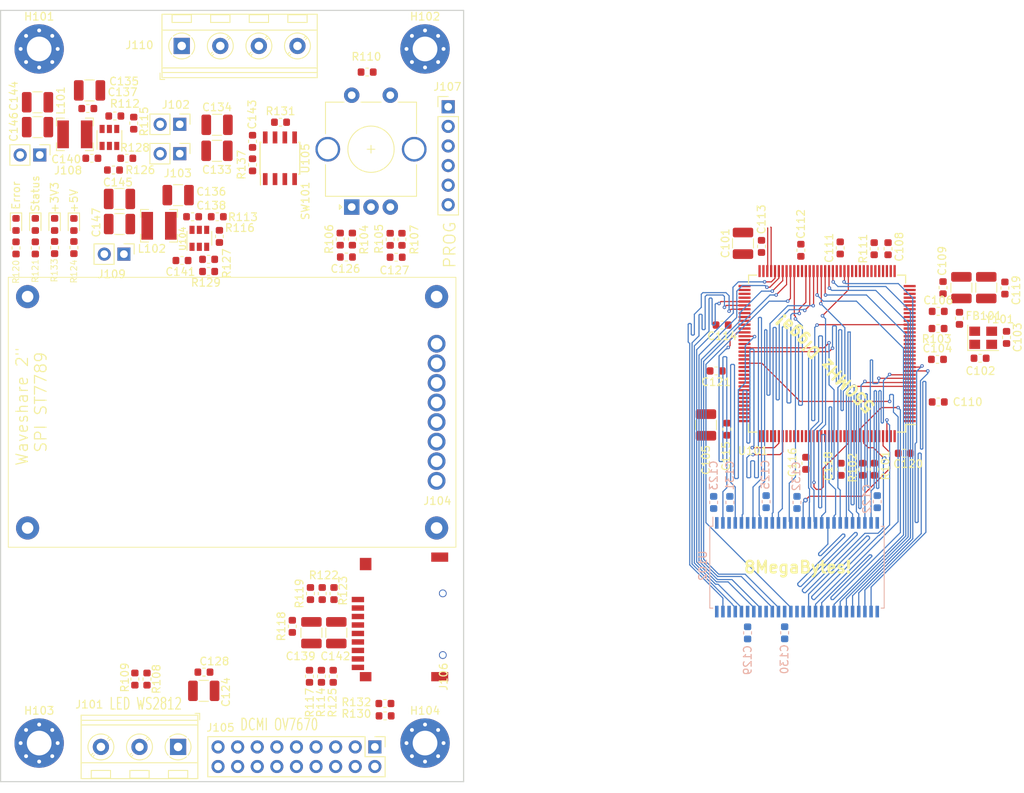
<source format=kicad_pcb>
(kicad_pcb (version 20171130) (host pcbnew 5.0.2-bee76a0~70~ubuntu18.04.1)
  (layers (0 F.Cu signal) (1 In1.Cu power) (2 In2.Cu power) (31 B.Cu signal) (34 B.Paste user) (35 F.Paste user) (36 B.SilkS user) (37 F.SilkS user) (38 B.Mask user) (39 F.Mask user) (44 Edge.Cuts user))
  (net 0 "")
  (net 1 GND)
  (net 2 "Net-(C101-Pad1)")
  (net 3 /PH0)
  (net 4 /PH1)
  (net 5 +3V3)
  (net 6 "Net-(C105-Pad1)")
  (net 7 /VREF)
  (net 8 +5V)
  (net 9 /PC7)
  (net 10 /CAM_D0)
  (net 11 +24V)
  (net 12 "Net-(C135-Pad1)")
  (net 13 "Net-(C136-Pad1)")
  (net 14 "Net-(C140-Pad2)")
  (net 15 "Net-(C140-Pad1)")
  (net 16 "Net-(C141-Pad2)")
  (net 17 "Net-(C141-Pad1)")
  (net 18 "Net-(C144-Pad1)")
  (net 19 "Net-(C145-Pad1)")
  (net 20 "Net-(J101-Pad2)")
  (net 21 /DISP_DIN)
  (net 22 /DISP_CLK)
  (net 23 /DISP_CD)
  (net 24 /DISP_DC)
  (net 25 /DISP_RST)
  (net 26 /DISP_BL)
  (net 27 /CAM_SIOD)
  (net 28 /CAM_SIOC)
  (net 29 /CAM_HSYNC)
  (net 30 /CAM_VSYNC)
  (net 31 /CAM_XCLK)
  (net 32 /CAM_PCLK)
  (net 33 /CAM_D6)
  (net 34 /CAM_D7)
  (net 35 /CAM_D4)
  (net 36 /CAM_D5)
  (net 37 /CAM_D2)
  (net 38 /CAM_D3)
  (net 39 /CAM_D1)
  (net 40 /CAM_PWDN)
  (net 41 /CAM_RESET)
  (net 42 /PB15)
  (net 43 /PC1)
  (net 44 /PA0)
  (net 45 /PB14)
  (net 46 /PB3)
  (net 47 /PG12)
  (net 48 /PA1)
  (net 49 /PA14)
  (net 50 /PA13)
  (net 51 /NRST)
  (net 52 /RS485+)
  (net 53 /RS485-)
  (net 54 /PC13)
  (net 55 /PC14)
  (net 56 "Net-(R101-Pad1)")
  (net 57 "Net-(R104-Pad1)")
  (net 58 "Net-(R105-Pad1)")
  (net 59 /PB0)
  (net 60 /PA2)
  (net 61 /PA5)
  (net 62 "Net-(R112-Pad2)")
  (net 63 "Net-(R113-Pad2)")
  (net 64 "Net-(R126-Pad2)")
  (net 65 "Net-(R127-Pad2)")
  (net 66 /PC8)
  (net 67 /A0)
  (net 68 /A1)
  (net 69 /A2)
  (net 70 /A3)
  (net 71 /A4)
  (net 72 /A5)
  (net 73 /PC0)
  (net 74 /PF11)
  (net 75 /A6)
  (net 76 /A7)
  (net 77 /A8)
  (net 78 /A9)
  (net 79 /A10)
  (net 80 /A11)
  (net 81 /DQ4)
  (net 82 /DQ5)
  (net 83 /DQ6)
  (net 84 /DQ7)
  (net 85 /DQ8)
  (net 86 /DQ9)
  (net 87 /DQ10)
  (net 88 /DQ11)
  (net 89 /DQ12)
  (net 90 /DQ13)
  (net 91 /DQ14)
  (net 92 /DQ15)
  (net 93 /DQ0)
  (net 94 /DQ1)
  (net 95 /BA0)
  (net 96 /BA1)
  (net 97 /PG8)
  (net 98 /PA11)
  (net 99 /PA12)
  (net 100 /DQ2)
  (net 101 /DQ3)
  (net 102 /PG15)
  (net 103 /PB5)
  (net 104 /PB6)
  (net 105 /NBL0)
  (net 106 /NBL1)
  (net 107 "Net-(D101-Pad2)")
  (net 108 "Net-(D102-Pad2)")
  (net 109 "Net-(D103-Pad2)")
  (net 110 "Net-(D104-Pad2)")
  (module Capacitor_SMD:C_1210_3225Metric (layer F.Cu) (at 166.2 80.2 90)
    (fp_text reference C101 (at 0 -2.28 90) (layer F.SilkS))
    (fp_text value 2.2u)
    (pad 2 smd roundrect (at 1.4 0 90) (size 1.25 2.65) (layers F.Cu F.Paste F.Mask) (roundrect_rratio 0.2) (net 1 GND))
    (pad 1 smd roundrect (at -1.4 0 90) (size 1.25 2.65) (layers F.Cu F.Paste F.Mask) (roundrect_rratio 0.2) (net 2 "Net-(C101-Pad1)"))
  )
  (module Capacitor_SMD:C_0603_1608Metric (layer F.Cu) (at 196.925 95.1)
    (fp_text reference C102 (at 0.05 1.65) (layer F.SilkS))
    (fp_text value 18p)
    (pad 2 smd roundrect (at 0.7875 0) (size 0.875 0.95) (layers F.Cu F.Paste F.Mask) (net 1 GND))
    (pad 1 smd roundrect (at -0.7875 0) (size 0.875 0.95) (layers F.Cu F.Paste F.Mask) (net 3 /PH0))
  )
  (module Capacitor_SMD:C_0603_1608Metric (layer F.Cu) (at 200.35 92.4 270)
    (fp_text reference C103 (at 0 -1.43 270) (layer F.SilkS))
    (fp_text value 18p)
    (pad 1 smd roundrect (at -0.7875 0 270) (size 0.875 0.95) (layers F.Cu F.Paste F.Mask) (net 4 /PH1))
    (pad 2 smd roundrect (at 0.7875 0 270) (size 0.875 0.95) (layers F.Cu F.Paste F.Mask) (net 1 GND))
  )
  (module Capacitor_SMD:C_0603_1608Metric (layer F.Cu) (at 191.4 95.25)
    (fp_text reference C104 (at 0 -1.43) (layer F.SilkS))
    (fp_text value 100n)
    (pad 1 smd roundrect (at -0.7875 0) (size 0.875 0.95) (layers F.Cu F.Paste F.Mask) (net 5 +3V3))
    (pad 2 smd roundrect (at 0.7875 0) (size 0.875 0.95) (layers F.Cu F.Paste F.Mask) (net 1 GND))
  )
  (module Capacitor_SMD:C_1210_3225Metric (layer F.Cu) (at 161.4 103.75 270)
    (fp_text reference C105 (at 4.55 0 270) (layer F.SilkS))
    (fp_text value 2.2u)
    (pad 1 smd roundrect (at -1.4 0 270) (size 1.25 2.65) (layers F.Cu F.Paste F.Mask) (roundrect_rratio 0.2) (net 6 "Net-(C105-Pad1)"))
    (pad 2 smd roundrect (at 1.4 0 270) (size 1.25 2.65) (layers F.Cu F.Paste F.Mask) (roundrect_rratio 0.2) (net 1 GND))
  )
  (module Capacitor_SMD:C_0603_1608Metric (layer F.Cu) (at 191.5 89.025)
    (fp_text reference C106 (at 0 -1.43) (layer F.SilkS))
    (fp_text value 100n)
    (pad 1 smd roundrect (at -0.7875 0) (size 0.875 0.95) (layers F.Cu F.Paste F.Mask) (net 5 +3V3))
    (pad 2 smd roundrect (at 0.7875 0) (size 0.875 0.95) (layers F.Cu F.Paste F.Mask) (net 1 GND))
  )
  (module Capacitor_SMD:C_1210_3225Metric (layer F.Cu) (at 194.5 85.95 90)
    (fp_text reference C107 hide)
    (fp_text value 2.2u)
    (pad 2 smd roundrect (at 1.4 0 90) (size 1.25 2.65) (layers F.Cu F.Paste F.Mask) (roundrect_rratio 0.2) (net 1 GND))
    (pad 1 smd roundrect (at -1.4 0 90) (size 1.25 2.65) (layers F.Cu F.Paste F.Mask) (roundrect_rratio 0.2) (net 7 /VREF))
  )
  (module Capacitor_SMD:C_0603_1608Metric (layer F.Cu) (at 185 80.9 90)
    (fp_text reference C108 (at 0.25 1.45 90) (layer F.SilkS))
    (fp_text value 100n)
    (pad 2 smd roundrect (at 0.7875 0 90) (size 0.875 0.95) (layers F.Cu F.Paste F.Mask) (net 1 GND))
    (pad 1 smd roundrect (at -0.7875 0 90) (size 0.875 0.95) (layers F.Cu F.Paste F.Mask) (net 5 +3V3))
  )
  (module Capacitor_SMD:C_0603_1608Metric (layer F.Cu) (at 192.125 85.95 90)
    (fp_text reference C109 (at 3.464 -0.115 90) (layer F.SilkS))
    (fp_text value 100n)
    (pad 2 smd roundrect (at 0.7875 0 90) (size 0.875 0.95) (layers F.Cu F.Paste F.Mask) (net 1 GND))
    (pad 1 smd roundrect (at -0.7875 0 90) (size 0.875 0.95) (layers F.Cu F.Paste F.Mask) (net 7 /VREF))
  )
  (module Capacitor_SMD:C_0603_1608Metric (layer F.Cu) (at 191.502 100.774)
    (fp_text reference C110 (at 3.81 0) (layer F.SilkS))
    (fp_text value 100n)
    (pad 1 smd roundrect (at -0.7875 0) (size 0.875 0.95) (layers F.Cu F.Paste F.Mask) (net 5 +3V3))
    (pad 2 smd roundrect (at 0.7875 0) (size 0.875 0.95) (layers F.Cu F.Paste F.Mask) (net 1 GND))
  )
  (module Capacitor_SMD:C_0603_1608Metric (layer F.Cu) (at 178.8 80.8 90)
    (fp_text reference C111 (at 0 -1.43 90) (layer F.SilkS))
    (fp_text value 100n)
    (pad 1 smd roundrect (at -0.7875 0 90) (size 0.875 0.95) (layers F.Cu F.Paste F.Mask) (net 5 +3V3))
    (pad 2 smd roundrect (at 0.7875 0 90) (size 0.875 0.95) (layers F.Cu F.Paste F.Mask) (net 1 GND))
  )
  (module Capacitor_SMD:C_0603_1608Metric (layer F.Cu) (at 173.7 81.1 90)
    (fp_text reference C112 (at 3.4 0 90) (layer F.SilkS))
    (fp_text value 100n)
    (pad 1 smd roundrect (at -0.7875 0 90) (size 0.875 0.95) (layers F.Cu F.Paste F.Mask) (net 5 +3V3))
    (pad 2 smd roundrect (at 0.7875 0 90) (size 0.875 0.95) (layers F.Cu F.Paste F.Mask) (net 1 GND))
  )
  (module Capacitor_SMD:C_0603_1608Metric (layer F.Cu) (at 168.6 80.6 90)
    (fp_text reference C113 (at 3.5 0 90) (layer F.SilkS))
    (fp_text value 100n)
    (pad 1 smd roundrect (at -0.7875 0 90) (size 0.875 0.95) (layers F.Cu F.Paste F.Mask) (net 5 +3V3))
    (pad 2 smd roundrect (at 0.7875 0 90) (size 0.875 0.95) (layers F.Cu F.Paste F.Mask) (net 1 GND))
  )
  (module Capacitor_SMD:C_0603_1608Metric (layer F.Cu) (at 163.5 90.8 180)
    (fp_text reference C114 (at 0 -1.43 180) (layer F.SilkS))
    (fp_text value 100n)
    (pad 2 smd roundrect (at 0.7875 0 180) (size 0.875 0.95) (layers F.Cu F.Paste F.Mask) (net 1 GND))
    (pad 1 smd roundrect (at -0.7875 0 180) (size 0.875 0.95) (layers F.Cu F.Paste F.Mask) (net 5 +3V3))
  )
  (module Capacitor_SMD:C_0603_1608Metric (layer F.Cu) (at 164.125 104.3 270)
    (fp_text reference C115 (at 3.5 0.125 270) (layer F.SilkS))
    (fp_text value 100n)
    (pad 1 smd roundrect (at -0.7875 0 270) (size 0.875 0.95) (layers F.Cu F.Paste F.Mask) (net 5 +3V3))
    (pad 2 smd roundrect (at 0.7875 0 270) (size 0.875 0.95) (layers F.Cu F.Paste F.Mask) (net 1 GND))
  )
  (module Capacitor_SMD:C_0603_1608Metric (layer F.Cu) (at 174.35 108.725 270)
    (fp_text reference C116 (at -0.125 1.75 270) (layer F.SilkS))
    (fp_text value 100n)
    (pad 1 smd roundrect (at -0.7875 0 270) (size 0.875 0.95) (layers F.Cu F.Paste F.Mask) (net 5 +3V3))
    (pad 2 smd roundrect (at 0.7875 0 270) (size 0.875 0.95) (layers F.Cu F.Paste F.Mask) (net 1 GND))
  )
  (module Capacitor_SMD:C_1210_3225Metric (layer F.Cu) (at 197.725 85.95 90)
    (fp_text reference C117 hide)
    (fp_text value 2.2u)
    (pad 1 smd roundrect (at -1.4 0 90) (size 1.25 2.65) (layers F.Cu F.Paste F.Mask) (roundrect_rratio 0.2) (net 7 /VREF))
    (pad 2 smd roundrect (at 1.4 0 90) (size 1.25 2.65) (layers F.Cu F.Paste F.Mask) (roundrect_rratio 0.2) (net 1 GND))
  )
  (module Capacitor_SMD:C_0603_1608Metric (layer F.Cu) (at 178.9 109.5 270)
    (fp_text reference C118 (at -0.4 1.65 270) (layer F.SilkS))
    (fp_text value 100n)
    (pad 2 smd roundrect (at 0.7875 0 270) (size 0.875 0.95) (layers F.Cu F.Paste F.Mask) (net 1 GND))
    (pad 1 smd roundrect (at -0.7875 0 270) (size 0.875 0.95) (layers F.Cu F.Paste F.Mask) (net 5 +3V3))
  )
  (module Capacitor_SMD:C_0603_1608Metric (layer F.Cu) (at 200.138 86 90)
    (fp_text reference C119 (at -0.3 1.462 90) (layer F.SilkS))
    (fp_text value 100n)
    (pad 1 smd roundrect (at -0.7875 0 90) (size 0.875 0.95) (layers F.Cu F.Paste F.Mask) (net 7 /VREF))
    (pad 2 smd roundrect (at 0.7875 0 90) (size 0.875 0.95) (layers F.Cu F.Paste F.Mask) (net 1 GND))
  )
  (module Capacitor_SMD:C_0603_1608Metric (layer F.Cu) (at 187.1 107.425)
    (fp_text reference C120 (at 0.5 1.375) (layer F.SilkS))
    (fp_text value 100n)
    (pad 2 smd roundrect (at 0.7875 0) (size 0.875 0.95) (layers F.Cu F.Paste F.Mask) (net 1 GND))
    (pad 1 smd roundrect (at -0.7875 0) (size 0.875 0.95) (layers F.Cu F.Paste F.Mask) (net 5 +3V3))
  )
  (module Capacitor_SMD:C_0603_1608Metric (layer F.Cu) (at 162.725 96.75 180)
    (fp_text reference C121 (at 0 -1.43 180) (layer F.SilkS))
    (fp_text value 100n)
    (pad 1 smd roundrect (at -0.7875 0 180) (size 0.875 0.95) (layers F.Cu F.Paste F.Mask) (net 5 +3V3))
    (pad 2 smd roundrect (at 0.7875 0 180) (size 0.875 0.95) (layers F.Cu F.Paste F.Mask) (net 1 GND))
  )
  (module Capacitor_SMD:C_0603_1608Metric (layer B.Cu) (at 162.4 113.8 90)
    (fp_text reference C123 (at 3.5 0 90) (layer B.SilkS) (effects (justify mirror)))
    (fp_text value 100n)
    (pad 1 smd roundrect (at -0.7875 0 90) (size 0.875 0.95) (layers B.Cu B.Paste B.Mask) (net 5 +3V3))
    (pad 2 smd roundrect (at 0.7875 0 90) (size 0.875 0.95) (layers B.Cu B.Paste B.Mask) (net 1 GND))
  )
  (module Capacitor_SMD:C_0603_1608Metric (layer B.Cu) (at 169.2 113.7 90)
    (fp_text reference C125 (at 3.5 -0.1 90) (layer B.SilkS) (effects (justify mirror)))
    (fp_text value 100n)
    (pad 2 smd roundrect (at 0.7875 0 90) (size 0.875 0.95) (layers B.Cu B.Paste B.Mask) (net 1 GND))
    (pad 1 smd roundrect (at -0.7875 0 90) (size 0.875 0.95) (layers B.Cu B.Paste B.Mask) (net 5 +3V3))
  )
  (module Capacitor_SMD:C_0603_1608Metric (layer F.Cu) (at 114.809 81.979)
    (fp_text reference C126 (at -0.125 1.525) (layer F.SilkS))
    (fp_text value 100n)
    (pad 2 smd roundrect (at 0.7875 0) (size 0.875 0.95) (layers F.Cu F.Paste F.Mask) (net 9 /PC7))
    (pad 1 smd roundrect (at -0.7875 0) (size 0.875 0.95) (layers F.Cu F.Paste F.Mask) (net 1 GND))
  )
  (module Capacitor_SMD:C_0603_1608Metric (layer F.Cu) (at 121.259 82.004)
    (fp_text reference C127 (at -0.225 1.7) (layer F.SilkS))
    (fp_text value 100n)
    (pad 1 smd roundrect (at -0.7875 0) (size 0.875 0.95) (layers F.Cu F.Paste F.Mask) (net 10 /CAM_D0))
    (pad 2 smd roundrect (at 0.7875 0) (size 0.875 0.95) (layers F.Cu F.Paste F.Mask) (net 1 GND))
  )
  (module Capacitor_SMD:C_0603_1608Metric (layer F.Cu) (at 96.352 135.803)
    (fp_text reference C128 (at 1.348 -1.403) (layer F.SilkS))
    (fp_text value 100n)
    (pad 2 smd roundrect (at 0.7875 0) (size 0.875 0.95) (layers F.Cu F.Paste F.Mask) (net 1 GND))
    (pad 1 smd roundrect (at -0.7875 0) (size 0.875 0.95) (layers F.Cu F.Paste F.Mask) (net 8 +5V))
  )
  (module Capacitor_SMD:C_0603_1608Metric (layer B.Cu) (at 166.8 130.712499 270)
    (fp_text reference C129 (at 3.535534 0 270) (layer B.SilkS) (effects (justify mirror)))
    (fp_text value 100n)
    (pad 2 smd roundrect (at 0.787501 0 270) (size 0.875 0.95) (layers B.Cu B.Paste B.Mask) (net 1 GND))
    (pad 1 smd roundrect (at -0.787501 0 270) (size 0.875 0.95) (layers B.Cu B.Paste B.Mask) (net 5 +3V3))
  )
  (module Capacitor_SMD:C_0603_1608Metric (layer B.Cu) (at 171.6 130.7 270)
    (fp_text reference C130 (at 3.429468 0.035355 270) (layer B.SilkS) (effects (justify mirror)))
    (fp_text value 100n)
    (pad 1 smd roundrect (at -0.787501 0 270) (size 0.875 0.95) (layers B.Cu B.Paste B.Mask) (net 5 +3V3))
    (pad 2 smd roundrect (at 0.787501 0 270) (size 0.875 0.95) (layers B.Cu B.Paste B.Mask) (net 1 GND))
  )
  (module Capacitor_SMD:C_0603_1608Metric (layer B.Cu) (at 164.5 113.8 90)
    (fp_text reference C131 (at 3.5 0 90) (layer B.SilkS) (effects (justify mirror)))
    (fp_text value 100n)
    (pad 2 smd roundrect (at 0.7875 0 90) (size 0.875 0.95) (layers B.Cu B.Paste B.Mask) (net 1 GND))
    (pad 1 smd roundrect (at -0.7875 0 90) (size 0.875 0.95) (layers B.Cu B.Paste B.Mask) (net 5 +3V3))
  )
  (module Capacitor_SMD:C_0603_1608Metric (layer B.Cu) (at 173.2 113.8 90)
    (fp_text reference C132 (at 3.4 -0.1 90) (layer B.SilkS) (effects (justify mirror)))
    (fp_text value 100n)
    (pad 1 smd roundrect (at -0.7875 0 90) (size 0.875 0.95) (layers B.Cu B.Paste B.Mask) (net 5 +3V3))
    (pad 2 smd roundrect (at 0.7875 0 90) (size 0.875 0.95) (layers B.Cu B.Paste B.Mask) (net 1 GND))
  )
  (module Capacitor_SMD:C_0603_1608Metric (layer F.Cu) (at 81.303 62.722 180)
    (fp_text reference C137 (at -4.497 2.122 180) (layer F.SilkS))
    (fp_text value 100n)
    (pad 2 smd roundrect (at 0.7875 0 180) (size 0.875 0.95) (layers F.Cu F.Paste F.Mask) (net 1 GND))
    (pad 1 smd roundrect (at -0.7875 0 180) (size 0.875 0.95) (layers F.Cu F.Paste F.Mask) (net 12 "Net-(C135-Pad1)"))
  )
  (module Capacitor_SMD:C_0603_1608Metric (layer F.Cu) (at 94.882 76.753 180)
    (fp_text reference C138 (at -2.418 1.453 180) (layer F.SilkS))
    (fp_text value 100n)
    (pad 2 smd roundrect (at 0.7875 0 180) (size 0.875 0.95) (layers F.Cu F.Paste F.Mask) (net 1 GND))
    (pad 1 smd roundrect (at -0.7875 0 180) (size 0.875 0.95) (layers F.Cu F.Paste F.Mask) (net 13 "Net-(C136-Pad1)"))
  )
  (module Capacitor_SMD:C_0603_1608Metric (layer F.Cu) (at 81.828 69.172)
    (fp_text reference C140 (at -3.328 0.128) (layer F.SilkS))
    (fp_text value 100n)
    (pad 2 smd roundrect (at 0.7875 0) (size 0.875 0.95) (layers F.Cu F.Paste F.Mask) (net 14 "Net-(C140-Pad2)"))
    (pad 1 smd roundrect (at -0.7875 0) (size 0.875 0.95) (layers F.Cu F.Paste F.Mask) (net 15 "Net-(C140-Pad1)"))
  )
  (module Capacitor_SMD:C_0603_1608Metric (layer F.Cu) (at 93.507 82.428)
    (fp_text reference C141 (at -0.207 1.472) (layer F.SilkS))
    (fp_text value 100n)
    (pad 2 smd roundrect (at 0.7875 0) (size 0.875 0.95) (layers F.Cu F.Paste F.Mask) (net 16 "Net-(C141-Pad2)"))
    (pad 1 smd roundrect (at -0.7875 0) (size 0.875 0.95) (layers F.Cu F.Paste F.Mask) (net 17 "Net-(C141-Pad1)"))
  )
  (module Capacitor_SMD:C_0603_1608Metric (layer F.Cu) (at 102.648 66.974 270)
    (fp_text reference C143 (at -3.474 0.048 270) (layer F.SilkS))
    (fp_text value 100n)
    (pad 2 smd roundrect (at 0.7875 0 270) (size 0.875 0.95) (layers F.Cu F.Paste F.Mask) (net 1 GND))
    (pad 1 smd roundrect (at -0.7875 0 270) (size 0.875 0.95) (layers F.Cu F.Paste F.Mask) (net 5 +3V3))
  )
  (module Inductor_SMD:L_0603_1608Metric (layer F.Cu) (at 194.25 89.925 270)
    (fp_text reference FB101 (at -0.325 -3.15) (layer F.SilkS))
    (fp_text value 70R)
    (pad 1 smd roundrect (at -0.7875 0 270) (size 0.875 0.95) (layers F.Cu F.Paste F.Mask) (net 7 /VREF))
    (pad 2 smd roundrect (at 0.7875 0 270) (size 0.875 0.95) (layers F.Cu F.Paste F.Mask) (net 5 +3V3))
  )
  (module TerminalBlock_RND:TerminalBlock_RND_205-00046_1x03_P5.00mm_Horizontal (layer F.Cu) (at 93 145.5 180)
    (fp_text reference J101 (at 11.5 5.5 180) (layer F.SilkS))
    (fp_text value Screw_Terminal_01x03)
    (pad 1 thru_hole rect (at 0 0 180) (size 2.1 2.1) (drill 1.1) (layers *.Cu *.Mask) (net 8 +5V))
    (pad 2 thru_hole circle (at 5 0 180) (size 2.1 2.1) (drill 1.1) (layers *.Cu *.Mask) (net 20 "Net-(J101-Pad2)"))
    (pad 3 thru_hole circle (at 10 0 180) (size 2.1 2.1) (drill 1.1) (layers *.Cu *.Mask) (net 1 GND))
  )
  (module Connector_PinHeader_2.54mm:PinHeader_1x02_P2.54mm_Vertical (layer F.Cu) (at 93.218 64.77 270)
    (fp_text reference J102 (at -2.54 0.508) (layer F.SilkS))
    (fp_text value Conn_02x01)
    (pad 2 thru_hole oval (at 0 2.54 270) (size 1.7 1.7) (drill 1) (layers *.Cu *.Mask) (net 12 "Net-(C135-Pad1)"))
    (pad 1 thru_hole rect (at 0 0 270) (size 1.7 1.7) (drill 1) (layers *.Cu *.Mask) (net 11 +24V))
  )
  (module Connector_PinHeader_2.54mm:PinHeader_1x02_P2.54mm_Vertical (layer F.Cu) (at 93.218 68.58 270)
    (fp_text reference J103 (at 2.54 0.254) (layer F.SilkS))
    (fp_text value Conn_02x01)
    (pad 1 thru_hole rect (at 0 0 270) (size 1.7 1.7) (drill 1) (layers *.Cu *.Mask) (net 11 +24V))
    (pad 2 thru_hole oval (at 0 2.54 270) (size 1.7 1.7) (drill 1) (layers *.Cu *.Mask) (net 13 "Net-(C136-Pad1)"))
  )
  (module Connector_PinHeader_2.54mm:PinHeader_2x09_P2.54mm_Vertical (layer F.Cu) (at 118.5 145.5 270)
    (fp_text reference J105 (at -2.5 20 180) (layer F.SilkS))
    (fp_text value Conn_02x09_Odd_Even)
    (pad 1 thru_hole rect (at 0 0 270) (size 1.7 1.7) (drill 1) (layers *.Cu *.Mask) (net 1 GND))
    (pad 2 thru_hole oval (at 2.54 0 270) (size 1.7 1.7) (drill 1) (layers *.Cu *.Mask) (net 5 +3V3))
    (pad 3 thru_hole oval (at 0 2.54 270) (size 1.7 1.7) (drill 1) (layers *.Cu *.Mask) (net 27 /CAM_SIOD))
    (pad 4 thru_hole oval (at 2.54 2.54 270) (size 1.7 1.7) (drill 1) (layers *.Cu *.Mask) (net 28 /CAM_SIOC))
    (pad 5 thru_hole oval (at 0 5.08 270) (size 1.7 1.7) (drill 1) (layers *.Cu *.Mask) (net 29 /CAM_HSYNC))
    (pad 6 thru_hole oval (at 2.54 5.08 270) (size 1.7 1.7) (drill 1) (layers *.Cu *.Mask) (net 30 /CAM_VSYNC))
    (pad 7 thru_hole oval (at 0 7.62 270) (size 1.7 1.7) (drill 1) (layers *.Cu *.Mask) (net 31 /CAM_XCLK))
    (pad 8 thru_hole oval (at 2.54 7.62 270) (size 1.7 1.7) (drill 1) (layers *.Cu *.Mask) (net 32 /CAM_PCLK))
    (pad 9 thru_hole oval (at 0 10.16 270) (size 1.7 1.7) (drill 1) (layers *.Cu *.Mask) (net 33 /CAM_D6))
    (pad 10 thru_hole oval (at 2.54 10.16 270) (size 1.7 1.7) (drill 1) (layers *.Cu *.Mask) (net 34 /CAM_D7))
    (pad 11 thru_hole oval (at 0 12.7 270) (size 1.7 1.7) (drill 1) (layers *.Cu *.Mask) (net 35 /CAM_D4))
    (pad 12 thru_hole oval (at 2.54 12.7 270) (size 1.7 1.7) (drill 1) (layers *.Cu *.Mask) (net 36 /CAM_D5))
    (pad 13 thru_hole oval (at 0 15.24 270) (size 1.7 1.7) (drill 1) (layers *.Cu *.Mask) (net 37 /CAM_D2))
    (pad 14 thru_hole oval (at 2.54 15.24 270) (size 1.7 1.7) (drill 1) (layers *.Cu *.Mask) (net 38 /CAM_D3))
    (pad 15 thru_hole oval (at 0 17.78 270) (size 1.7 1.7) (drill 1) (layers *.Cu *.Mask) (net 10 /CAM_D0))
    (pad 16 thru_hole oval (at 2.54 17.78 270) (size 1.7 1.7) (drill 1) (layers *.Cu *.Mask) (net 39 /CAM_D1))
    (pad 17 thru_hole oval (at 0 20.32 270) (size 1.7 1.7) (drill 1) (layers *.Cu *.Mask) (net 40 /CAM_PWDN))
    (pad 18 thru_hole oval (at 2.54 20.32 270) (size 1.7 1.7) (drill 1) (layers *.Cu *.Mask) (net 41 /CAM_RESET))
  )
  (module ProjectFootprints:TF-115-BCP9 (layer F.Cu) (at 126.902365 136.389133 90)
    (fp_text reference J106 (at 0 0.5 90) (layer F.SilkS))
    (fp_text value Micro_SD_Card_Det)
    (pad 10 smd rect (at 0 0 90) (size 1.2 2.2) (layers F.Cu F.Paste F.Mask) (net 1 GND))
    (pad 10 smd rect (at 15.5 0 90) (size 1.2 2.2) (layers F.Cu F.Paste F.Mask) (net 1 GND))
    (pad 10 smd rect (at 0 -9.6 90) (size 1.2 1.5) (layers F.Cu F.Paste F.Mask) (net 1 GND))
    (pad 8 smd rect (at 2.3 -10.6 90) (size 0.7 1.6) (layers F.Cu F.Paste F.Mask) (net 42 /PB15))
    (pad 6 smd rect (at 4.5 -10.6 90) (size 0.7 1.6) (layers F.Cu F.Paste F.Mask) (net 1 GND))
    (pad 5 smd rect (at 5.6 -10.6 90) (size 0.7 1.6) (layers F.Cu F.Paste F.Mask) (net 43 /PC1))
    (pad 4 smd rect (at 6.7 -10.6 90) (size 0.7 1.6) (layers F.Cu F.Paste F.Mask) (net 5 +3V3))
    (pad 3 smd rect (at 7.8 -10.6 90) (size 0.7 1.6) (layers F.Cu F.Paste F.Mask) (net 44 /PA0))
    (pad 7 smd rect (at 3.4 -10.6 90) (size 0.7 1.6) (layers F.Cu F.Paste F.Mask) (net 45 /PB14))
    (pad 1 smd rect (at 10 -10.6 90) (size 0.7 1.6) (layers F.Cu F.Paste F.Mask) (net 46 /PB3))
    (pad 2 smd rect (at 8.9 -10.6 90) (size 0.7 1.6) (layers F.Cu F.Paste F.Mask) (net 47 /PG12))
    (pad 10 smd rect (at 14.6 -9.6 90) (size 1.6 1.5) (layers F.Cu F.Paste F.Mask) (net 1 GND))
    (pad 9 smd rect (at 1.2 -10.6 90) (size 0.7 1.6) (layers F.Cu F.Paste F.Mask) (net 48 /PA1))
    (pad "" np_thru_hole circle (at 2.8 0.4 90) (size 1 1) (drill 0.762) (layers *.Cu *.Mask))
    (pad "" np_thru_hole circle (at 10.8 0.4 90) (size 1 1) (drill 0.762) (layers *.Cu *.Mask))
  )
  (module Connector_PinHeader_2.54mm:PinHeader_1x06_P2.54mm_Vertical (layer F.Cu) (at 128 62.5)
    (fp_text reference J107 (at -0.1 -2.6) (layer F.SilkS))
    (fp_text value Conn_01x06_Male)
    (pad 1 thru_hole rect (at 0 0) (size 1.7 1.7) (drill 1) (layers *.Cu *.Mask) (net 1 GND))
    (pad 2 thru_hole oval (at 0 2.54) (size 1.7 1.7) (drill 1) (layers *.Cu *.Mask) (net 49 /PA14))
    (pad 3 thru_hole oval (at 0 5.08) (size 1.7 1.7) (drill 1) (layers *.Cu *.Mask) (net 1 GND))
    (pad 4 thru_hole oval (at 0 7.62) (size 1.7 1.7) (drill 1) (layers *.Cu *.Mask) (net 50 /PA13))
    (pad 5 thru_hole oval (at 0 10.16) (size 1.7 1.7) (drill 1) (layers *.Cu *.Mask) (net 51 /NRST))
    (pad 6 thru_hole oval (at 0 12.7) (size 1.7 1.7) (drill 1) (layers *.Cu *.Mask) (net 46 /PB3))
  )
  (module Connector_PinHeader_2.54mm:PinHeader_1x02_P2.54mm_Vertical (layer F.Cu) (at 75.078 68.747 270)
    (fp_text reference J108 (at 2.003 -3.672) (layer F.SilkS))
    (fp_text value Conn_02x01)
    (pad 1 thru_hole rect (at 0 0 270) (size 1.7 1.7) (drill 1) (layers *.Cu *.Mask) (net 18 "Net-(C144-Pad1)"))
    (pad 2 thru_hole oval (at 0 2.54 270) (size 1.7 1.7) (drill 1) (layers *.Cu *.Mask) (net 5 +3V3))
  )
  (module Connector_PinHeader_2.54mm:PinHeader_1x02_P2.54mm_Vertical (layer F.Cu) (at 85.982 81.603 270)
    (fp_text reference J109 (at 2.597 1.582) (layer F.SilkS))
    (fp_text value Conn_02x01)
    (pad 2 thru_hole oval (at 0 2.54 270) (size 1.7 1.7) (drill 1) (layers *.Cu *.Mask) (net 8 +5V))
    (pad 1 thru_hole rect (at 0 0 270) (size 1.7 1.7) (drill 1) (layers *.Cu *.Mask) (net 19 "Net-(C145-Pad1)"))
  )
  (module TerminalBlock_RND:TerminalBlock_RND_205-00047_1x04_P5.00mm_Horizontal (layer F.Cu) (at 93.472 54.61)
    (fp_text reference J110 (at -5.472 -0.11) (layer F.SilkS))
    (fp_text value Screw_Terminal_01x04)
    (pad 1 thru_hole rect (at 0 0) (size 2.1 2.1) (drill 1.1) (layers *.Cu *.Mask) (net 11 +24V))
    (pad 2 thru_hole circle (at 5 0) (size 2.1 2.1) (drill 1.1) (layers *.Cu *.Mask) (net 1 GND))
    (pad 3 thru_hole circle (at 10 0) (size 2.1 2.1) (drill 1.1) (layers *.Cu *.Mask) (net 52 /RS485+))
    (pad 4 thru_hole circle (at 15 0) (size 2.1 2.1) (drill 1.1) (layers *.Cu *.Mask) (net 53 /RS485-))
  )
  (module Inductor_SMD:L_Bourns-SRN4018 (layer F.Cu) (at 79.628 66.072 180)
    (fp_text reference L101 (at 1.828 4.372 270) (layer F.SilkS))
    (fp_text value "12u  SRN4018")
    (pad 1 smd rect (at -1.525 0 180) (size 1.5 3.6) (layers F.Cu F.Paste F.Mask) (net 15 "Net-(C140-Pad1)"))
    (pad 2 smd rect (at 1.525 0 180) (size 1.5 3.6) (layers F.Cu F.Paste F.Mask) (net 18 "Net-(C144-Pad1)"))
  )
  (module Inductor_SMD:L_Bourns-SRN4018 (layer F.Cu) (at 90.532 77.928 180)
    (fp_text reference L102 (at 0.932 -2.972 180) (layer F.SilkS))
    (fp_text value "12u  SRN4018")
    (pad 2 smd rect (at 1.525 0 180) (size 1.5 3.6) (layers F.Cu F.Paste F.Mask) (net 19 "Net-(C145-Pad1)"))
    (pad 1 smd rect (at -1.525 0 180) (size 1.5 3.6) (layers F.Cu F.Paste F.Mask) (net 17 "Net-(C141-Pad1)"))
  )
  (module Resistor_SMD:R_0603_1608Metric (layer F.Cu) (at 183.225 109.5 270)
    (fp_text reference R101 (at -0.5 -1.43 270) (layer F.SilkS))
    (fp_text value DNP)
    (pad 1 smd roundrect (at -0.7875 0 270) (size 0.875 0.95) (layers F.Cu F.Paste F.Mask) (net 56 "Net-(R101-Pad1)"))
    (pad 2 smd roundrect (at 0.7875 0 270) (size 0.875 0.95) (layers F.Cu F.Paste F.Mask) (net 5 +3V3))
  )
  (module Resistor_SMD:R_0603_1608Metric (layer F.Cu) (at 181.725 109.5 270)
    (fp_text reference R102 (at -0.2 1.325 270) (layer F.SilkS))
    (fp_text value 10K)
    (pad 2 smd roundrect (at 0.7875 0 270) (size 0.875 0.95) (layers F.Cu F.Paste F.Mask) (net 1 GND))
    (pad 1 smd roundrect (at -0.7875 0 270) (size 0.875 0.95) (layers F.Cu F.Paste F.Mask) (net 56 "Net-(R101-Pad1)"))
  )
  (module Resistor_SMD:R_0603_1608Metric (layer F.Cu) (at 191.475 91.25)
    (fp_text reference R103 (at -0.175 1.35) (layer F.SilkS))
    (fp_text value 10K)
    (pad 2 smd roundrect (at 0.7875 0) (size 0.875 0.95) (layers F.Cu F.Paste F.Mask) (net 5 +3V3))
    (pad 1 smd roundrect (at -0.7875 0) (size 0.875 0.95) (layers F.Cu F.Paste F.Mask) (net 51 /NRST))
  )
  (module Resistor_SMD:R_0603_1608Metric (layer F.Cu) (at 115.584 79.654 270)
    (fp_text reference R104 (at 0.075 -1.525 270) (layer F.SilkS))
    (fp_text value 10K)
    (pad 2 smd roundrect (at 0.7875 0 270) (size 0.875 0.95) (layers F.Cu F.Paste F.Mask) (net 9 /PC7))
    (pad 1 smd roundrect (at -0.7875 0 270) (size 0.875 0.95) (layers F.Cu F.Paste F.Mask) (net 57 "Net-(R104-Pad1)"))
  )
  (module Resistor_SMD:R_0603_1608Metric (layer F.Cu) (at 120.484 79.679 270)
    (fp_text reference R105 (at -0.05 1.45 270) (layer F.SilkS))
    (fp_text value 10K)
    (pad 2 smd roundrect (at 0.7875 0 270) (size 0.875 0.95) (layers F.Cu F.Paste F.Mask) (net 10 /CAM_D0))
    (pad 1 smd roundrect (at -0.7875 0 270) (size 0.875 0.95) (layers F.Cu F.Paste F.Mask) (net 58 "Net-(R105-Pad1)"))
  )
  (module Resistor_SMD:R_0603_1608Metric (layer F.Cu) (at 114.009 79.654 90)
    (fp_text reference R106 (at 0 -1.43 90) (layer F.SilkS))
    (fp_text value 1K)
    (pad 1 smd roundrect (at -0.7875 0 90) (size 0.875 0.95) (layers F.Cu F.Paste F.Mask) (net 5 +3V3))
    (pad 2 smd roundrect (at 0.7875 0 90) (size 0.875 0.95) (layers F.Cu F.Paste F.Mask) (net 57 "Net-(R104-Pad1)"))
  )
  (module Resistor_SMD:R_0603_1608Metric (layer F.Cu) (at 122.009 79.679 90)
    (fp_text reference R107 (at -0.05 1.6 90) (layer F.SilkS))
    (fp_text value 1K)
    (pad 2 smd roundrect (at 0.7875 0 90) (size 0.875 0.95) (layers F.Cu F.Paste F.Mask) (net 58 "Net-(R105-Pad1)"))
    (pad 1 smd roundrect (at -0.7875 0 90) (size 0.875 0.95) (layers F.Cu F.Paste F.Mask) (net 5 +3V3))
  )
  (module Resistor_SMD:R_0603_1608Metric (layer F.Cu) (at 88.974 136.703 270)
    (fp_text reference R108 (at -0.003 -1.226 270) (layer F.SilkS))
    (fp_text value 1K)
    (pad 2 smd roundrect (at 0.7875 0 270) (size 0.875 0.95) (layers F.Cu F.Paste F.Mask) (net 20 "Net-(J101-Pad2)"))
    (pad 1 smd roundrect (at -0.7875 0 270) (size 0.875 0.95) (layers F.Cu F.Paste F.Mask) (net 59 /PB0))
  )
  (module Resistor_SMD:R_0603_1608Metric (layer F.Cu) (at 87.4 136.7 270)
    (fp_text reference R109 (at -0.2 1.3 270) (layer F.SilkS))
    (fp_text value 1K)
    (pad 1 smd roundrect (at -0.7875 0 270) (size 0.875 0.95) (layers F.Cu F.Paste F.Mask) (net 21 /DISP_DIN))
    (pad 2 smd roundrect (at 0.7875 0 270) (size 0.875 0.95) (layers F.Cu F.Paste F.Mask) (net 20 "Net-(J101-Pad2)"))
  )
  (module Resistor_SMD:R_0603_1608Metric (layer F.Cu) (at 117.5 58)
    (fp_text reference R110 (at -0.1 -2) (layer F.SilkS))
    (fp_text value 1K)
    (pad 2 smd roundrect (at 0.7875 0) (size 0.875 0.95) (layers F.Cu F.Paste F.Mask) (net 60 /PA2))
    (pad 1 smd roundrect (at -0.7875 0) (size 0.875 0.95) (layers F.Cu F.Paste F.Mask) (net 5 +3V3))
  )
  (module Resistor_SMD:R_0603_1608Metric (layer F.Cu) (at 183.2 80.9 90)
    (fp_text reference R111 (at 0 -1.43 90) (layer F.SilkS))
    (fp_text value 1K)
    (pad 1 smd roundrect (at -0.7875 0 90) (size 0.875 0.95) (layers F.Cu F.Paste F.Mask) (net 61 /PA5))
    (pad 2 smd roundrect (at 0.7875 0 90) (size 0.875 0.95) (layers F.Cu F.Paste F.Mask) (net 26 /DISP_BL))
  )
  (module Resistor_SMD:R_0603_1608Metric (layer F.Cu) (at 113.102365 136.339133 90)
    (fp_text reference R125 (at -3.425 -0.1 90) (layer F.SilkS))
    (fp_text value 10K)
    (pad 1 smd roundrect (at -0.7875 0 90) (size 0.875 0.95) (layers F.Cu F.Paste F.Mask) (net 5 +3V3))
    (pad 2 smd roundrect (at 0.7875 0 90) (size 0.875 0.95) (layers F.Cu F.Paste F.Mask) (net 48 /PA1))
  )
  (module Resistor_SMD:R_0603_1608Metric (layer F.Cu) (at 119.827 141.472 180)
    (fp_text reference R130 (at 3.727 0.272 180) (layer F.SilkS))
    (fp_text value 1K)
    (pad 1 smd roundrect (at -0.7875 0 180) (size 0.875 0.95) (layers F.Cu F.Paste F.Mask) (net 5 +3V3))
    (pad 2 smd roundrect (at 0.7875 0 180) (size 0.875 0.95) (layers F.Cu F.Paste F.Mask) (net 27 /CAM_SIOD))
  )
  (module Resistor_SMD:R_0603_1608Metric (layer F.Cu) (at 106.273 64.499)
    (fp_text reference R131 (at 0 -1.43) (layer F.SilkS))
    (fp_text value 100R)
    (pad 2 smd roundrect (at 0.7875 0) (size 0.875 0.95) (layers F.Cu F.Paste F.Mask) (net 53 /RS485-))
    (pad 1 smd roundrect (at -0.7875 0) (size 0.875 0.95) (layers F.Cu F.Paste F.Mask) (net 52 /RS485+))
  )
  (module Resistor_SMD:R_0603_1608Metric (layer F.Cu) (at 119.802 139.872 180)
    (fp_text reference R132 (at 3.702 0.172 180) (layer F.SilkS))
    (fp_text value 1K)
    (pad 1 smd roundrect (at -0.7875 0 180) (size 0.875 0.95) (layers F.Cu F.Paste F.Mask) (net 5 +3V3))
    (pad 2 smd roundrect (at 0.7875 0 180) (size 0.875 0.95) (layers F.Cu F.Paste F.Mask) (net 28 /CAM_SIOC))
  )
  (module Resistor_SMD:R_0603_1608Metric (layer F.Cu) (at 102.648 70.024 90)
    (fp_text reference R137 (at 0 -1.43 90) (layer F.SilkS))
    (fp_text value 10K)
    (pad 1 smd roundrect (at -0.7875 0 90) (size 0.875 0.95) (layers F.Cu F.Paste F.Mask) (net 66 /PC8))
    (pad 2 smd roundrect (at 0.7875 0 90) (size 0.875 0.95) (layers F.Cu F.Paste F.Mask) (net 1 GND))
  )
  (module Rotary_Encoder:RotaryEncoder_Alps_EC11E-Switch_Vertical_H20mm_CircularMountingHoles (layer F.Cu) (at 115.5 75.5 90)
    (fp_text reference SW101 (at 0.8 -6 90) (layer F.SilkS))
    (fp_text value Rotary_Encoder_Switch)
    (pad S1 thru_hole circle (at 14.5 5 90) (size 2 2) (drill 1) (layers *.Cu *.Mask) (net 60 /PA2))
    (pad S2 thru_hole circle (at 14.5 0 90) (size 2 2) (drill 1) (layers *.Cu *.Mask) (net 1 GND))
    (pad MP thru_hole circle (at 7.5 8.1 90) (size 3.2 3.2) (drill 2.6) (layers *.Cu *.Mask))
    (pad MP thru_hole circle (at 7.5 -3.1 90) (size 3.2 3.2) (drill 2.6) (layers *.Cu *.Mask))
    (pad B thru_hole circle (at 0 5 90) (size 2 2) (drill 1) (layers *.Cu *.Mask) (net 58 "Net-(R105-Pad1)"))
    (pad C thru_hole circle (at 0 2.5 90) (size 2 2) (drill 1) (layers *.Cu *.Mask) (net 1 GND))
    (pad A thru_hole rect (at 0 0 90) (size 2 2) (drill 1) (layers *.Cu *.Mask) (net 57 "Net-(R104-Pad1)"))
  )
  (module Package_QFP:LQFP-144_20x20mm_P0.5mm (layer F.Cu) (at 177.1 94.5 180)
    (fp_text reference U101 (at 9.6 -12.6 180) (layer F.SilkS))
    (fp_text value STM32H730ZB)
    (pad 1 smd rect (at -10.7 -8.75 180) (size 1.55 0.3) (layers F.Cu F.Paste F.Mask) (net 40 /CAM_PWDN))
    (pad 2 smd rect (at -10.7 -8.25 180) (size 1.55 0.3) (layers F.Cu F.Paste F.Mask) (net 41 /CAM_RESET))
    (pad 3 smd rect (at -10.7 -7.75 180) (size 1.55 0.3) (layers F.Cu F.Paste F.Mask) (net 35 /CAM_D4))
    (pad 4 smd rect (at -10.7 -7.25 180) (size 1.55 0.3) (layers F.Cu F.Paste F.Mask) (net 33 /CAM_D6))
    (pad 5 smd rect (at -10.7 -6.75 180) (size 1.55 0.3) (layers F.Cu F.Paste F.Mask) (net 34 /CAM_D7))
    (pad 6 smd rect (at -10.7 -6.25 180) (size 1.55 0.3) (layers F.Cu F.Paste F.Mask) (net 5 +3V3))
    (pad 7 smd rect (at -10.7 -5.75 180) (size 1.55 0.3) (layers F.Cu F.Paste F.Mask) (net 54 /PC13))
    (pad 8 smd rect (at -10.7 -5.25 180) (size 1.55 0.3) (layers F.Cu F.Paste F.Mask) (net 55 /PC14))
    (pad 9 smd rect (at -10.7 -4.75 180) (size 1.55 0.3) (layers F.Cu F.Paste F.Mask))
    (pad 10 smd rect (at -10.7 -4.25 180) (size 1.55 0.3) (layers F.Cu F.Paste F.Mask) (net 67 /A0))
    (pad 11 smd rect (at -10.7 -3.75 180) (size 1.55 0.3) (layers F.Cu F.Paste F.Mask) (net 68 /A1))
    (pad 12 smd rect (at -10.7 -3.25 180) (size 1.55 0.3) (layers F.Cu F.Paste F.Mask) (net 69 /A2))
    (pad 13 smd rect (at -10.7 -2.75 180) (size 1.55 0.3) (layers F.Cu F.Paste F.Mask) (net 70 /A3))
    (pad 14 smd rect (at -10.7 -2.25 180) (size 1.55 0.3) (layers F.Cu F.Paste F.Mask) (net 71 /A4))
    (pad 15 smd rect (at -10.7 -1.75 180) (size 1.55 0.3) (layers F.Cu F.Paste F.Mask) (net 72 /A5))
    (pad 16 smd rect (at -10.7 -1.25 180) (size 1.55 0.3) (layers F.Cu F.Paste F.Mask) (net 1 GND))
    (pad 17 smd rect (at -10.7 -0.75 180) (size 1.55 0.3) (layers F.Cu F.Paste F.Mask) (net 5 +3V3))
    (pad 18 smd rect (at -10.7 -0.25 180) (size 1.55 0.3) (layers F.Cu F.Paste F.Mask))
    (pad 19 smd rect (at -10.7 0.25 180) (size 1.55 0.3) (layers F.Cu F.Paste F.Mask))
    (pad 20 smd rect (at -10.7 0.75 180) (size 1.55 0.3) (layers F.Cu F.Paste F.Mask))
    (pad 21 smd rect (at -10.7 1.25 180) (size 1.55 0.3) (layers F.Cu F.Paste F.Mask))
    (pad 22 smd rect (at -10.7 1.75 180) (size 1.55 0.3) (layers F.Cu F.Paste F.Mask))
    (pad 23 smd rect (at -10.7 2.25 180) (size 1.55 0.3) (layers F.Cu F.Paste F.Mask) (net 3 /PH0))
    (pad 24 smd rect (at -10.7 2.75 180) (size 1.55 0.3) (layers F.Cu F.Paste F.Mask) (net 4 /PH1))
    (pad 25 smd rect (at -10.7 3.25 180) (size 1.55 0.3) (layers F.Cu F.Paste F.Mask) (net 51 /NRST))
    (pad 26 smd rect (at -10.7 3.75 180) (size 1.55 0.3) (layers F.Cu F.Paste F.Mask) (net 73 /PC0))
    (pad 27 smd rect (at -10.7 4.25 180) (size 1.55 0.3) (layers F.Cu F.Paste F.Mask) (net 43 /PC1))
    (pad 28 smd rect (at -10.7 4.75 180) (size 1.55 0.3) (layers F.Cu F.Paste F.Mask))
    (pad 29 smd rect (at -10.7 5.25 180) (size 1.55 0.3) (layers F.Cu F.Paste F.Mask))
    (pad 30 smd rect (at -10.7 5.75 180) (size 1.55 0.3) (layers F.Cu F.Paste F.Mask) (net 5 +3V3))
    (pad 31 smd rect (at -10.7 6.25 180) (size 1.55 0.3) (layers F.Cu F.Paste F.Mask) (net 1 GND))
    (pad 32 smd rect (at -10.7 6.75 180) (size 1.55 0.3) (layers F.Cu F.Paste F.Mask) (net 7 /VREF))
    (pad 33 smd rect (at -10.7 7.25 180) (size 1.55 0.3) (layers F.Cu F.Paste F.Mask) (net 7 /VREF))
    (pad 34 smd rect (at -10.7 7.75 180) (size 1.55 0.3) (layers F.Cu F.Paste F.Mask) (net 44 /PA0))
    (pad 35 smd rect (at -10.7 8.25 180) (size 1.55 0.3) (layers F.Cu F.Paste F.Mask) (net 48 /PA1))
    (pad 36 smd rect (at -10.7 8.75 180) (size 1.55 0.3) (layers F.Cu F.Paste F.Mask) (net 60 /PA2))
    (pad 37 smd rect (at -8.75 10.7 270) (size 1.55 0.3) (layers F.Cu F.Paste F.Mask))
    (pad 38 smd rect (at -8.25 10.7 270) (size 1.55 0.3) (layers F.Cu F.Paste F.Mask) (net 1 GND))
    (pad 39 smd rect (at -7.75 10.7 270) (size 1.55 0.3) (layers F.Cu F.Paste F.Mask) (net 5 +3V3))
    (pad 40 smd rect (at -7.25 10.7 270) (size 1.55 0.3) (layers F.Cu F.Paste F.Mask) (net 29 /CAM_HSYNC))
    (pad 41 smd rect (at -6.75 10.7 270) (size 1.55 0.3) (layers F.Cu F.Paste F.Mask) (net 61 /PA5))
    (pad 42 smd rect (at -6.25 10.7 270) (size 1.55 0.3) (layers F.Cu F.Paste F.Mask) (net 32 /CAM_PCLK))
    (pad 43 smd rect (at -5.75 10.7 270) (size 1.55 0.3) (layers F.Cu F.Paste F.Mask) (net 21 /DISP_DIN))
    (pad 44 smd rect (at -5.25 10.7 270) (size 1.55 0.3) (layers F.Cu F.Paste F.Mask))
    (pad 45 smd rect (at -4.75 10.7 270) (size 1.55 0.3) (layers F.Cu F.Paste F.Mask))
    (pad 46 smd rect (at -4.25 10.7 270) (size 1.55 0.3) (layers F.Cu F.Paste F.Mask) (net 59 /PB0))
    (pad 47 smd rect (at -3.75 10.7 270) (size 1.55 0.3) (layers F.Cu F.Paste F.Mask))
    (pad 48 smd rect (at -3.25 10.7 270) (size 1.55 0.3) (layers F.Cu F.Paste F.Mask))
    (pad 49 smd rect (at -2.75 10.7 270) (size 1.55 0.3) (layers F.Cu F.Paste F.Mask) (net 74 /PF11))
    (pad 50 smd rect (at -2.25 10.7 270) (size 1.55 0.3) (layers F.Cu F.Paste F.Mask) (net 75 /A6))
    (pad 51 smd rect (at -1.75 10.7 270) (size 1.55 0.3) (layers F.Cu F.Paste F.Mask) (net 1 GND))
    (pad 52 smd rect (at -1.25 10.7 270) (size 1.55 0.3) (layers F.Cu F.Paste F.Mask) (net 5 +3V3))
    (pad 53 smd rect (at -0.75 10.7 270) (size 1.55 0.3) (layers F.Cu F.Paste F.Mask) (net 76 /A7))
    (pad 54 smd rect (at -0.25 10.7 270) (size 1.55 0.3) (layers F.Cu F.Paste F.Mask) (net 77 /A8))
    (pad 55 smd rect (at 0.25 10.7 270) (size 1.55 0.3) (layers F.Cu F.Paste F.Mask) (net 78 /A9))
    (pad 56 smd rect (at 0.75 10.7 270) (size 1.55 0.3) (layers F.Cu F.Paste F.Mask) (net 79 /A10))
    (pad 57 smd rect (at 1.25 10.7 270) (size 1.55 0.3) (layers F.Cu F.Paste F.Mask) (net 80 /A11))
    (pad 58 smd rect (at 1.75 10.7 270) (size 1.55 0.3) (layers F.Cu F.Paste F.Mask) (net 81 /DQ4))
    (pad 59 smd rect (at 2.25 10.7 270) (size 1.55 0.3) (layers F.Cu F.Paste F.Mask) (net 82 /DQ5))
    (pad 60 smd rect (at 2.75 10.7 270) (size 1.55 0.3) (layers F.Cu F.Paste F.Mask) (net 83 /DQ6))
    (pad 61 smd rect (at 3.25 10.7 270) (size 1.55 0.3) (layers F.Cu F.Paste F.Mask) (net 1 GND))
    (pad 62 smd rect (at 3.75 10.7 270) (size 1.55 0.3) (layers F.Cu F.Paste F.Mask) (net 5 +3V3))
    (pad 63 smd rect (at 4.25 10.7 270) (size 1.55 0.3) (layers F.Cu F.Paste F.Mask) (net 84 /DQ7))
    (pad 64 smd rect (at 4.75 10.7 270) (size 1.55 0.3) (layers F.Cu F.Paste F.Mask) (net 85 /DQ8))
    (pad 65 smd rect (at 5.25 10.7 270) (size 1.55 0.3) (layers F.Cu F.Paste F.Mask) (net 86 /DQ9))
    (pad 66 smd rect (at 5.75 10.7 270) (size 1.55 0.3) (layers F.Cu F.Paste F.Mask) (net 87 /DQ10))
    (pad 67 smd rect (at 6.25 10.7 270) (size 1.55 0.3) (layers F.Cu F.Paste F.Mask) (net 88 /DQ11))
    (pad 68 smd rect (at 6.75 10.7 270) (size 1.55 0.3) (layers F.Cu F.Paste F.Mask) (net 89 /DQ12))
    (pad 69 smd rect (at 7.25 10.7 270) (size 1.55 0.3) (layers F.Cu F.Paste F.Mask) (net 28 /CAM_SIOC))
    (pad 70 smd rect (at 7.75 10.7 270) (size 1.55 0.3) (layers F.Cu F.Paste F.Mask) (net 27 /CAM_SIOD))
    (pad 71 smd rect (at 8.25 10.7 270) (size 1.55 0.3) (layers F.Cu F.Paste F.Mask) (net 2 "Net-(C101-Pad1)"))
    (pad 72 smd rect (at 8.75 10.7 270) (size 1.55 0.3) (layers F.Cu F.Paste F.Mask) (net 5 +3V3))
    (pad 73 smd rect (at 10.7 8.75 180) (size 1.55 0.3) (layers F.Cu F.Paste F.Mask))
    (pad 74 smd rect (at 10.7 8.25 180) (size 1.55 0.3) (layers F.Cu F.Paste F.Mask) (net 37 /CAM_D2))
    (pad 75 smd rect (at 10.7 7.75 180) (size 1.55 0.3) (layers F.Cu F.Paste F.Mask) (net 45 /PB14))
    (pad 76 smd rect (at 10.7 7.25 180) (size 1.55 0.3) (layers F.Cu F.Paste F.Mask) (net 42 /PB15))
    (pad 77 smd rect (at 10.7 6.75 180) (size 1.55 0.3) (layers F.Cu F.Paste F.Mask) (net 90 /DQ13))
    (pad 78 smd rect (at 10.7 6.25 180) (size 1.55 0.3) (layers F.Cu F.Paste F.Mask) (net 91 /DQ14))
    (pad 79 smd rect (at 10.7 5.75 180) (size 1.55 0.3) (layers F.Cu F.Paste F.Mask) (net 92 /DQ15))
    (pad 80 smd rect (at 10.7 5.25 180) (size 1.55 0.3) (layers F.Cu F.Paste F.Mask))
    (pad 81 smd rect (at 10.7 4.75 180) (size 1.55 0.3) (layers F.Cu F.Paste F.Mask))
    (pad 82 smd rect (at 10.7 4.25 180) (size 1.55 0.3) (layers F.Cu F.Paste F.Mask))
    (pad 83 smd rect (at 10.7 3.75 180) (size 1.55 0.3) (layers F.Cu F.Paste F.Mask) (net 1 GND))
    (pad 84 smd rect (at 10.7 3.25 180) (size 1.55 0.3) (layers F.Cu F.Paste F.Mask) (net 5 +3V3))
    (pad 85 smd rect (at 10.7 2.75 180) (size 1.55 0.3) (layers F.Cu F.Paste F.Mask) (net 93 /DQ0))
    (pad 86 smd rect (at 10.7 2.25 180) (size 1.55 0.3) (layers F.Cu F.Paste F.Mask) (net 94 /DQ1))
    (pad 87 smd rect (at 10.7 1.75 180) (size 1.55 0.3) (layers F.Cu F.Paste F.Mask))
    (pad 88 smd rect (at 10.7 1.25 180) (size 1.55 0.3) (layers F.Cu F.Paste F.Mask))
    (pad 89 smd rect (at 10.7 0.75 180) (size 1.55 0.3) (layers F.Cu F.Paste F.Mask) (net 95 /BA0))
    (pad 90 smd rect (at 10.7 0.25 180) (size 1.55 0.3) (layers F.Cu F.Paste F.Mask) (net 96 /BA1))
    (pad 91 smd rect (at 10.7 -0.25 180) (size 1.55 0.3) (layers F.Cu F.Paste F.Mask))
    (pad 92 smd rect (at 10.7 -0.75 180) (size 1.55 0.3) (layers F.Cu F.Paste F.Mask))
    (pad 93 smd rect (at 10.7 -1.25 180) (size 1.55 0.3) (layers F.Cu F.Paste F.Mask) (net 97 /PG8))
    (pad 94 smd rect (at 10.7 -1.75 180) (size 1.55 0.3) (layers F.Cu F.Paste F.Mask) (net 1 GND))
    (pad 95 smd rect (at 10.7 -2.25 180) (size 1.55 0.3) (layers F.Cu F.Paste F.Mask) (net 5 +3V3))
    (pad 96 smd rect (at 10.7 -2.75 180) (size 1.55 0.3) (layers F.Cu F.Paste F.Mask) (net 10 /CAM_D0))
    (pad 97 smd rect (at 10.7 -3.25 180) (size 1.55 0.3) (layers F.Cu F.Paste F.Mask) (net 9 /PC7))
    (pad 98 smd rect (at 10.7 -3.75 180) (size 1.55 0.3) (layers F.Cu F.Paste F.Mask) (net 66 /PC8))
    (pad 99 smd rect (at 10.7 -4.25 180) (size 1.55 0.3) (layers F.Cu F.Paste F.Mask) (net 38 /CAM_D3))
    (pad 100 smd rect (at 10.7 -4.75 180) (size 1.55 0.3) (layers F.Cu F.Paste F.Mask) (net 31 /CAM_XCLK))
    (pad 101 smd rect (at 10.7 -5.25 180) (size 1.55 0.3) (layers F.Cu F.Paste F.Mask))
    (pad 102 smd rect (at 10.7 -5.75 180) (size 1.55 0.3) (layers F.Cu F.Paste F.Mask) (net 39 /CAM_D1))
    (pad 103 smd rect (at 10.7 -6.25 180) (size 1.55 0.3) (layers F.Cu F.Paste F.Mask) (net 98 /PA11))
    (pad 104 smd rect (at 10.7 -6.75 180) (size 1.55 0.3) (layers F.Cu F.Paste F.Mask) (net 99 /PA12))
    (pad 105 smd rect (at 10.7 -7.25 180) (size 1.55 0.3) (layers F.Cu F.Paste F.Mask) (net 50 /PA13))
    (pad 106 smd rect (at 10.7 -7.75 180) (size 1.55 0.3) (layers F.Cu F.Paste F.Mask) (net 6 "Net-(C105-Pad1)"))
    (pad 107 smd rect (at 10.7 -8.25 180) (size 1.55 0.3) (layers F.Cu F.Paste F.Mask) (net 1 GND))
    (pad 108 smd rect (at 10.7 -8.75 180) (size 1.55 0.3) (layers F.Cu F.Paste F.Mask) (net 5 +3V3))
    (pad 109 smd rect (at 8.75 -10.7 270) (size 1.55 0.3) (layers F.Cu F.Paste F.Mask) (net 49 /PA14))
    (pad 110 smd rect (at 8.25 -10.7 270) (size 1.55 0.3) (layers F.Cu F.Paste F.Mask))
    (pad 111 smd rect (at 7.75 -10.7 270) (size 1.55 0.3) (layers F.Cu F.Paste F.Mask))
    (pad 112 smd rect (at 7.25 -10.7 270) (size 1.55 0.3) (layers F.Cu F.Paste F.Mask))
    (pad 113 smd rect (at 6.75 -10.7 270) (size 1.55 0.3) (layers F.Cu F.Paste F.Mask))
    (pad 114 smd rect (at 6.25 -10.7 270) (size 1.55 0.3) (layers F.Cu F.Paste F.Mask) (net 100 /DQ2))
    (pad 115 smd rect (at 5.75 -10.7 270) (size 1.55 0.3) (layers F.Cu F.Paste F.Mask) (net 101 /DQ3))
    (pad 116 smd rect (at 5.25 -10.7 270) (size 1.55 0.3) (layers F.Cu F.Paste F.Mask))
    (pad 117 smd rect (at 4.75 -10.7 270) (size 1.55 0.3) (layers F.Cu F.Paste F.Mask) (net 36 /CAM_D5))
    (pad 118 smd rect (at 4.25 -10.7 270) (size 1.55 0.3) (layers F.Cu F.Paste F.Mask))
    (pad 119 smd rect (at 3.75 -10.7 270) (size 1.55 0.3) (layers F.Cu F.Paste F.Mask))
    (pad 120 smd rect (at 3.25 -10.7 270) (size 1.55 0.3) (layers F.Cu F.Paste F.Mask) (net 1 GND))
    (pad 121 smd rect (at 2.75 -10.7 270) (size 1.55 0.3) (layers F.Cu F.Paste F.Mask) (net 5 +3V3))
    (pad 122 smd rect (at 2.25 -10.7 270) (size 1.55 0.3) (layers F.Cu F.Paste F.Mask))
    (pad 123 smd rect (at 1.75 -10.7 270) (size 1.55 0.3) (layers F.Cu F.Paste F.Mask))
    (pad 124 smd rect (at 1.25 -10.7 270) (size 1.55 0.3) (layers F.Cu F.Paste F.Mask) (net 30 /CAM_VSYNC))
    (pad 125 smd rect (at 0.75 -10.7 270) (size 1.55 0.3) (layers F.Cu F.Paste F.Mask) (net 25 /DISP_RST))
    (pad 126 smd rect (at 0.25 -10.7 270) (size 1.55 0.3) (layers F.Cu F.Paste F.Mask) (net 22 /DISP_CLK))
    (pad 127 smd rect (at -0.25 -10.7 270) (size 1.55 0.3) (layers F.Cu F.Paste F.Mask) (net 47 /PG12))
    (pad 128 smd rect (at -0.75 -10.7 270) (size 1.55 0.3) (layers F.Cu F.Paste F.Mask) (net 24 /DISP_DC))
    (pad 129 smd rect (at -1.25 -10.7 270) (size 1.55 0.3) (layers F.Cu F.Paste F.Mask) (net 23 /DISP_CD))
    (pad 130 smd rect (at -1.75 -10.7 270) (size 1.55 0.3) (layers F.Cu F.Paste F.Mask) (net 1 GND))
    (pad 131 smd rect (at -2.25 -10.7 270) (size 1.55 0.3) (layers F.Cu F.Paste F.Mask) (net 5 +3V3))
    (pad 132 smd rect (at -2.75 -10.7 270) (size 1.55 0.3) (layers F.Cu F.Paste F.Mask) (net 102 /PG15))
    (pad 133 smd rect (at -3.25 -10.7 270) (size 1.55 0.3) (layers F.Cu F.Paste F.Mask) (net 46 /PB3))
    (pad 134 smd rect (at -3.75 -10.7 270) (size 1.55 0.3) (layers F.Cu F.Paste F.Mask))
    (pad 135 smd rect (at -4.25 -10.7 270) (size 1.55 0.3) (layers F.Cu F.Paste F.Mask) (net 103 /PB5))
    (pad 136 smd rect (at -4.75 -10.7 270) (size 1.55 0.3) (layers F.Cu F.Paste F.Mask) (net 104 /PB6))
    (pad 137 smd rect (at -5.25 -10.7 270) (size 1.55 0.3) (layers F.Cu F.Paste F.Mask))
    (pad 138 smd rect (at -5.75 -10.7 270) (size 1.55 0.3) (layers F.Cu F.Paste F.Mask) (net 56 "Net-(R101-Pad1)"))
    (pad 139 smd rect (at -6.25 -10.7 270) (size 1.55 0.3) (layers F.Cu F.Paste F.Mask))
    (pad 140 smd rect (at -6.75 -10.7 270) (size 1.55 0.3) (layers F.Cu F.Paste F.Mask))
    (pad 141 smd rect (at -7.25 -10.7 270) (size 1.55 0.3) (layers F.Cu F.Paste F.Mask) (net 105 /NBL0))
    (pad 142 smd rect (at -7.75 -10.7 270) (size 1.55 0.3) (layers F.Cu F.Paste F.Mask) (net 106 /NBL1))
    (pad 143 smd rect (at -8.25 -10.7 270) (size 1.55 0.3) (layers F.Cu F.Paste F.Mask) (net 5 +3V3))
    (pad 144 smd rect (at -8.75 -10.7 270) (size 1.55 0.3) (layers F.Cu F.Paste F.Mask) (net 5 +3V3))
  )
  (module Package_SO:TSOP-II-54_22.2x10.16mm_P0.8mm (layer B.Cu) (at 173.2 122.2 270)
    (fp_text reference U102 (at -0.2 12.2 270) (layer B.SilkS) (effects (justify mirror)))
    (fp_text value W9864G6KH)
    (pad 1 smd rect (at -5.75 10.400001 270) (size 1.51 0.458) (layers B.Cu B.Paste B.Mask) (net 5 +3V3))
    (pad 2 smd rect (at -5.75 9.6 270) (size 1.51 0.458) (layers B.Cu B.Paste B.Mask) (net 93 /DQ0))
    (pad 3 smd rect (at -5.75 8.8 270) (size 1.51 0.458) (layers B.Cu B.Paste B.Mask) (net 5 +3V3))
    (pad 4 smd rect (at -5.75 8 270) (size 1.51 0.458) (layers B.Cu B.Paste B.Mask) (net 94 /DQ1))
    (pad 5 smd rect (at -5.75 7.2 270) (size 1.51 0.458) (layers B.Cu B.Paste B.Mask) (net 100 /DQ2))
    (pad 6 smd rect (at -5.75 6.399999 270) (size 1.51 0.458) (layers B.Cu B.Paste B.Mask) (net 1 GND))
    (pad 7 smd rect (at -5.75 5.6 270) (size 1.51 0.458) (layers B.Cu B.Paste B.Mask) (net 101 /DQ3))
    (pad 8 smd rect (at -5.75 4.800001 270) (size 1.51 0.458) (layers B.Cu B.Paste B.Mask) (net 81 /DQ4))
    (pad 9 smd rect (at -5.75 4 270) (size 1.51 0.458) (layers B.Cu B.Paste B.Mask) (net 5 +3V3))
    (pad 10 smd rect (at -5.75 3.2 270) (size 1.51 0.458) (layers B.Cu B.Paste B.Mask) (net 82 /DQ5))
    (pad 11 smd rect (at -5.75 2.4 270) (size 1.51 0.458) (layers B.Cu B.Paste B.Mask) (net 83 /DQ6))
    (pad 12 smd rect (at -5.75 1.6 270) (size 1.51 0.458) (layers B.Cu B.Paste B.Mask) (net 1 GND))
    (pad 13 smd rect (at -5.75 0.799999 270) (size 1.51 0.458) (layers B.Cu B.Paste B.Mask) (net 84 /DQ7))
    (pad 14 smd rect (at -5.75 0 270) (size 1.51 0.458) (layers B.Cu B.Paste B.Mask) (net 5 +3V3))
    (pad 15 smd rect (at -5.75 -0.799999 270) (size 1.51 0.458) (layers B.Cu B.Paste B.Mask) (net 105 /NBL0))
    (pad 16 smd rect (at -5.75 -1.6 270) (size 1.51 0.458) (layers B.Cu B.Paste B.Mask) (net 73 /PC0))
    (pad 17 smd rect (at -5.75 -2.4 270) (size 1.51 0.458) (layers B.Cu B.Paste B.Mask) (net 102 /PG15))
    (pad 18 smd rect (at -5.75 -3.2 270) (size 1.51 0.458) (layers B.Cu B.Paste B.Mask) (net 74 /PF11))
    (pad 19 smd rect (at -5.75 -4 270) (size 1.51 0.458) (layers B.Cu B.Paste B.Mask) (net 104 /PB6))
    (pad 20 smd rect (at -5.75 -4.800001 270) (size 1.51 0.458) (layers B.Cu B.Paste B.Mask) (net 95 /BA0))
    (pad 21 smd rect (at -5.75 -5.6 270) (size 1.51 0.458) (layers B.Cu B.Paste B.Mask) (net 96 /BA1))
    (pad 22 smd rect (at -5.75 -6.399999 270) (size 1.51 0.458) (layers B.Cu B.Paste B.Mask) (net 79 /A10))
    (pad 23 smd rect (at -5.75 -7.2 270) (size 1.51 0.458) (layers B.Cu B.Paste B.Mask) (net 67 /A0))
    (pad 24 smd rect (at -5.75 -8 270) (size 1.51 0.458) (layers B.Cu B.Paste B.Mask) (net 68 /A1))
    (pad 25 smd rect (at -5.75 -8.8 270) (size 1.51 0.458) (layers B.Cu B.Paste B.Mask) (net 69 /A2))
    (pad 26 smd rect (at -5.75 -9.6 270) (size 1.51 0.458) (layers B.Cu B.Paste B.Mask) (net 70 /A3))
    (pad 27 smd rect (at -5.75 -10.400001 270) (size 1.51 0.458) (layers B.Cu B.Paste B.Mask) (net 5 +3V3))
    (pad 28 smd rect (at 5.75 -10.400001 270) (size 1.51 0.458) (layers B.Cu B.Paste B.Mask) (net 1 GND))
    (pad 29 smd rect (at 5.75 -9.6 270) (size 1.51 0.458) (layers B.Cu B.Paste B.Mask) (net 71 /A4))
    (pad 30 smd rect (at 5.75 -8.8 270) (size 1.51 0.458) (layers B.Cu B.Paste B.Mask) (net 72 /A5))
    (pad 31 smd rect (at 5.75 -8 270) (size 1.51 0.458) (layers B.Cu B.Paste B.Mask) (net 75 /A6))
    (pad 32 smd rect (at 5.75 -7.2 270) (size 1.51 0.458) (layers B.Cu B.Paste B.Mask) (net 76 /A7))
    (pad 33 smd rect (at 5.75 -6.399999 270) (size 1.51 0.458) (layers B.Cu B.Paste B.Mask) (net 77 /A8))
    (pad 34 smd rect (at 5.75 -5.6 270) (size 1.51 0.458) (layers B.Cu B.Paste B.Mask) (net 78 /A9))
    (pad 35 smd rect (at 5.75 -4.800001 270) (size 1.51 0.458) (layers B.Cu B.Paste B.Mask) (net 80 /A11))
    (pad 36 smd rect (at 5.75 -4 270) (size 1.51 0.458) (layers B.Cu B.Paste B.Mask))
    (pad 37 smd rect (at 5.75 -3.2 270) (size 1.51 0.458) (layers B.Cu B.Paste B.Mask) (net 103 /PB5))
    (pad 38 smd rect (at 5.75 -2.4 270) (size 1.51 0.458) (layers B.Cu B.Paste B.Mask) (net 97 /PG8))
    (pad 39 smd rect (at 5.75 -1.6 270) (size 1.51 0.458) (layers B.Cu B.Paste B.Mask) (net 106 /NBL1))
    (pad 40 smd rect (at 5.75 -0.799999 270) (size 1.51 0.458) (layers B.Cu B.Paste B.Mask))
    (pad 41 smd rect (at 5.75 0 270) (size 1.51 0.458) (layers B.Cu B.Paste B.Mask) (net 1 GND))
    (pad 42 smd rect (at 5.75 0.799999 270) (size 1.51 0.458) (layers B.Cu B.Paste B.Mask) (net 85 /DQ8))
    (pad 43 smd rect (at 5.75 1.6 270) (size 1.51 0.458) (layers B.Cu B.Paste B.Mask) (net 5 +3V3))
    (pad 44 smd rect (at 5.75 2.4 270) (size 1.51 0.458) (layers B.Cu B.Paste B.Mask) (net 86 /DQ9))
    (pad 45 smd rect (at 5.75 3.2 270) (size 1.51 0.458) (layers B.Cu B.Paste B.Mask) (net 87 /DQ10))
    (pad 46 smd rect (at 5.75 4 270) (size 1.51 0.458) (layers B.Cu B.Paste B.Mask) (net 1 GND))
    (pad 47 smd rect (at 5.75 4.800001 270) (size 1.51 0.458) (layers B.Cu B.Paste B.Mask) (net 88 /DQ11))
    (pad 48 smd rect (at 5.75 5.6 270) (size 1.51 0.458) (layers B.Cu B.Paste B.Mask) (net 89 /DQ12))
    (pad 49 smd rect (at 5.75 6.399999 270) (size 1.51 0.458) (layers B.Cu B.Paste B.Mask) (net 5 +3V3))
    (pad 50 smd rect (at 5.75 7.2 270) (size 1.51 0.458) (layers B.Cu B.Paste B.Mask) (net 90 /DQ13))
    (pad 51 smd rect (at 5.75 8 270) (size 1.51 0.458) (layers B.Cu B.Paste B.Mask) (net 91 /DQ14))
    (pad 52 smd rect (at 5.75 8.8 270) (size 1.51 0.458) (layers B.Cu B.Paste B.Mask) (net 1 GND))
    (pad 53 smd rect (at 5.75 9.6 270) (size 1.51 0.458) (layers B.Cu B.Paste B.Mask) (net 92 /DQ15))
    (pad 54 smd rect (at 5.75 10.400001 270) (size 1.51 0.458) (layers B.Cu B.Paste B.Mask) (net 1 GND))
  )
  (module Package_TO_SOT_SMD:SOT-23-6 (layer F.Cu) (at 84.103 66.472 90)
    (fp_text reference U103 hide)
    (fp_text value TPS560430)
    (pad 1 smd rect (at -1.1 -0.95 90) (size 1.06 0.65) (layers F.Cu F.Paste F.Mask) (net 14 "Net-(C140-Pad2)"))
    (pad 2 smd rect (at -1.1 0 90) (size 1.06 0.65) (layers F.Cu F.Paste F.Mask) (net 1 GND))
    (pad 3 smd rect (at -1.1 0.95 90) (size 1.06 0.65) (layers F.Cu F.Paste F.Mask) (net 64 "Net-(R126-Pad2)"))
    (pad 4 smd rect (at 1.1 0.95 90) (size 1.06 0.65) (layers F.Cu F.Paste F.Mask) (net 62 "Net-(R112-Pad2)"))
    (pad 6 smd rect (at 1.1 -0.95 90) (size 1.06 0.65) (layers F.Cu F.Paste F.Mask) (net 15 "Net-(C140-Pad1)"))
    (pad 5 smd rect (at 1.1 0 90) (size 1.06 0.65) (layers F.Cu F.Paste F.Mask) (net 12 "Net-(C135-Pad1)"))
  )
  (module Package_TO_SOT_SMD:SOT-23-6 (layer F.Cu) (at 95.757 79.553 90)
    (fp_text reference U104 (at -0.047 -2.157 90) (layer F.SilkS) (effects (font (size 0.8 0.8))))
    (fp_text value TPS560430)
    (pad 5 smd rect (at 1.1 0 90) (size 1.06 0.65) (layers F.Cu F.Paste F.Mask) (net 13 "Net-(C136-Pad1)"))
    (pad 6 smd rect (at 1.1 -0.95 90) (size 1.06 0.65) (layers F.Cu F.Paste F.Mask) (net 17 "Net-(C141-Pad1)"))
    (pad 4 smd rect (at 1.1 0.95 90) (size 1.06 0.65) (layers F.Cu F.Paste F.Mask) (net 63 "Net-(R113-Pad2)"))
    (pad 3 smd rect (at -1.1 0.95 90) (size 1.06 0.65) (layers F.Cu F.Paste F.Mask) (net 65 "Net-(R127-Pad2)"))
    (pad 2 smd rect (at -1.1 0 90) (size 1.06 0.65) (layers F.Cu F.Paste F.Mask) (net 1 GND))
    (pad 1 smd rect (at -1.1 -0.95 90) (size 1.06 0.65) (layers F.Cu F.Paste F.Mask) (net 16 "Net-(C141-Pad2)"))
  )
  (module Package_SO:SOIC-8_3.9x4.9mm_P1.27mm (layer F.Cu) (at 106.198 69.174 90)
    (fp_text reference U105 (at -0.026 3.302 90) (layer F.SilkS))
    (fp_text value ST3485ECDR)
    (pad 1 smd rect (at -2.7 -1.905 90) (size 1.55 0.6) (layers F.Cu F.Paste F.Mask) (net 98 /PA11))
    (pad 2 smd rect (at -2.7 -0.635 90) (size 1.55 0.6) (layers F.Cu F.Paste F.Mask) (net 66 /PC8))
    (pad 3 smd rect (at -2.7 0.635 90) (size 1.55 0.6) (layers F.Cu F.Paste F.Mask) (net 66 /PC8))
    (pad 4 smd rect (at -2.7 1.905 90) (size 1.55 0.6) (layers F.Cu F.Paste F.Mask) (net 99 /PA12))
    (pad 5 smd rect (at 2.7 1.905 90) (size 1.55 0.6) (layers F.Cu F.Paste F.Mask) (net 1 GND))
    (pad 6 smd rect (at 2.7 0.635 90) (size 1.55 0.6) (layers F.Cu F.Paste F.Mask) (net 53 /RS485-))
    (pad 7 smd rect (at 2.7 -0.635 90) (size 1.55 0.6) (layers F.Cu F.Paste F.Mask) (net 52 /RS485+))
    (pad 8 smd rect (at 2.7 -1.905 90) (size 1.55 0.6) (layers F.Cu F.Paste F.Mask) (net 5 +3V3))
  )
  (module Crystal:Crystal_SMD_3225-4Pin_3.2x2.5mm (layer F.Cu) (at 197.325 92.45)
    (fp_text reference Y101 (at 2.15 -2.4) (layer F.SilkS))
    (fp_text value 48MHz)
    (pad 1 smd rect (at -1.1 0.85) (size 1.4 1.2) (layers F.Cu F.Paste F.Mask) (net 3 /PH0))
    (pad 2 smd rect (at 1.1 0.85) (size 1.4 1.2) (layers F.Cu F.Paste F.Mask) (net 1 GND))
    (pad 3 smd rect (at 1.1 -0.85) (size 1.4 1.2) (layers F.Cu F.Paste F.Mask) (net 4 /PH1))
    (pad 4 smd rect (at -1.1 -0.85) (size 1.4 1.2) (layers F.Cu F.Paste F.Mask) (net 1 GND))
  )
  (module Capacitor_SMD:C_1210_3225Metric (layer F.Cu) (at 96.327 138.228)
    (fp_text reference C124 (at 2.873 0.172 90) (layer F.SilkS))
    (fp_text value 10u)
    (pad 1 smd roundrect (at -1.4 0) (size 1.25 2.65) (layers F.Cu F.Paste F.Mask) (roundrect_rratio 0.2) (net 8 +5V))
    (pad 2 smd roundrect (at 1.4 0) (size 1.25 2.65) (layers F.Cu F.Paste F.Mask) (roundrect_rratio 0.2) (net 1 GND))
  )
  (module Capacitor_SMD:C_1210_3225Metric (layer F.Cu) (at 98.038558 68.205054)
    (fp_text reference C133 (at 0 2.462) (layer F.SilkS))
    (fp_text value 10u)
    (pad 1 smd roundrect (at -1.4 0) (size 1.25 2.65) (layers F.Cu F.Paste F.Mask) (roundrect_rratio 0.2) (net 11 +24V))
    (pad 2 smd roundrect (at 1.4 0) (size 1.25 2.65) (layers F.Cu F.Paste F.Mask) (roundrect_rratio 0.2) (net 1 GND))
  )
  (module Capacitor_SMD:C_1210_3225Metric (layer F.Cu) (at 98.052558 64.833054)
    (fp_text reference C134 (at 0 -2.28) (layer F.SilkS))
    (fp_text value 10u)
    (pad 2 smd roundrect (at 1.4 0) (size 1.25 2.65) (layers F.Cu F.Paste F.Mask) (roundrect_rratio 0.2) (net 1 GND))
    (pad 1 smd roundrect (at -1.4 0) (size 1.25 2.65) (layers F.Cu F.Paste F.Mask) (roundrect_rratio 0.2) (net 11 +24V))
  )
  (module Capacitor_SMD:C_1210_3225Metric (layer F.Cu) (at 81.528 60.372 180)
    (fp_text reference C135 (at -4.472 1.172 180) (layer F.SilkS))
    (fp_text value 10u)
    (pad 1 smd roundrect (at -1.4 0 180) (size 1.25 2.65) (layers F.Cu F.Paste F.Mask) (roundrect_rratio 0.2) (net 12 "Net-(C135-Pad1)"))
    (pad 2 smd roundrect (at 1.4 0 180) (size 1.25 2.65) (layers F.Cu F.Paste F.Mask) (roundrect_rratio 0.2) (net 1 GND))
  )
  (module Capacitor_SMD:C_1210_3225Metric (layer F.Cu) (at 93.007 73.953 180)
    (fp_text reference C136 (at -4.293 0.453 180) (layer F.SilkS))
    (fp_text value 10u)
    (pad 2 smd roundrect (at 1.4 0 180) (size 1.25 2.65) (layers F.Cu F.Paste F.Mask) (roundrect_rratio 0.2) (net 1 GND))
    (pad 1 smd roundrect (at -1.4 0 180) (size 1.25 2.65) (layers F.Cu F.Paste F.Mask) (roundrect_rratio 0.2) (net 13 "Net-(C136-Pad1)"))
  )
  (module Capacitor_SMD:C_1210_3225Metric (layer F.Cu) (at 110.277365 130.689133 270)
    (fp_text reference C139 (at 3.05 1.4) (layer F.SilkS))
    (fp_text value 10u)
    (pad 2 smd roundrect (at 1.4 0 270) (size 1.25 2.65) (layers F.Cu F.Paste F.Mask) (roundrect_rratio 0.2) (net 1 GND))
    (pad 1 smd roundrect (at -1.4 0 270) (size 1.25 2.65) (layers F.Cu F.Paste F.Mask) (roundrect_rratio 0.2) (net 5 +3V3))
  )
  (module Capacitor_SMD:C_1210_3225Metric (layer F.Cu) (at 113.502365 130.689133 270)
    (fp_text reference C142 (at 3.05 0.125) (layer F.SilkS))
    (fp_text value 10u)
    (pad 1 smd roundrect (at -1.4 0 270) (size 1.25 2.65) (layers F.Cu F.Paste F.Mask) (roundrect_rratio 0.2) (net 5 +3V3))
    (pad 2 smd roundrect (at 1.4 0 270) (size 1.25 2.65) (layers F.Cu F.Paste F.Mask) (roundrect_rratio 0.2) (net 1 GND))
  )
  (module Capacitor_SMD:C_1210_3225Metric (layer F.Cu) (at 74.788071 61.910888 180)
    (fp_text reference C144 (at 3.088071 0.810888 270) (layer F.SilkS))
    (fp_text value 10u)
    (pad 2 smd roundrect (at 1.4 0 180) (size 1.25 2.65) (layers F.Cu F.Paste F.Mask) (roundrect_rratio 0.2) (net 1 GND))
    (pad 1 smd roundrect (at -1.4 0 180) (size 1.25 2.65) (layers F.Cu F.Paste F.Mask) (roundrect_rratio 0.2) (net 18 "Net-(C144-Pad1)"))
  )
  (module Capacitor_SMD:C_1210_3225Metric (layer F.Cu) (at 85.407 74.45 180)
    (fp_text reference C145 (at 0.207 2.15 180) (layer F.SilkS))
    (fp_text value 10u)
    (pad 1 smd roundrect (at -1.4 0 180) (size 1.25 2.65) (layers F.Cu F.Paste F.Mask) (roundrect_rratio 0.2) (net 19 "Net-(C145-Pad1)"))
    (pad 2 smd roundrect (at 1.4 0 180) (size 1.25 2.65) (layers F.Cu F.Paste F.Mask) (roundrect_rratio 0.2) (net 1 GND))
  )
  (module Capacitor_SMD:C_1210_3225Metric (layer F.Cu) (at 74.788071 65.135888 180)
    (fp_text reference C146 (at 3.088071 0.035888 270) (layer F.SilkS))
    (fp_text value 10u)
    (pad 1 smd roundrect (at -1.4 0 180) (size 1.25 2.65) (layers F.Cu F.Paste F.Mask) (roundrect_rratio 0.2) (net 18 "Net-(C144-Pad1)"))
    (pad 2 smd roundrect (at 1.4 0 180) (size 1.25 2.65) (layers F.Cu F.Paste F.Mask) (roundrect_rratio 0.2) (net 1 GND))
  )
  (module Capacitor_SMD:C_1210_3225Metric (layer F.Cu) (at 85.407 77.7 180)
    (fp_text reference C147 (at 3.007 0.2 270) (layer F.SilkS))
    (fp_text value 10u)
    (pad 2 smd roundrect (at 1.4 0 180) (size 1.25 2.65) (layers F.Cu F.Paste F.Mask) (roundrect_rratio 0.2) (net 1 GND))
    (pad 1 smd roundrect (at -1.4 0 180) (size 1.25 2.65) (layers F.Cu F.Paste F.Mask) (roundrect_rratio 0.2) (net 19 "Net-(C145-Pad1)"))
  )
  (module Capacitor_SMD:C_0603_1608Metric (layer B.Cu) (at 183.6 113.7 90)
    (fp_text reference C122 (at 0.353553 -1.343503 90) (layer B.SilkS) (effects (justify mirror)))
    (fp_text value 100n)
    (pad 1 smd roundrect (at -0.7875 0 90) (size 0.875 0.95) (layers B.Cu B.Paste B.Mask) (net 5 +3V3))
    (pad 2 smd roundrect (at 0.7875 0 90) (size 0.875 0.95) (layers B.Cu B.Paste B.Mask) (net 1 GND))
  )
  (module ProjectFootprints:ST7789_Waveshare (layer F.Cu) (at 126.5 111)
    (fp_text reference J104 (at 0.1 2.6) (layer F.SilkS))
    (fp_text value Conn_01x08_Male)
    (pad 1 thru_hole circle (at 0 0) (size 2.3 2.3) (drill 1.5) (layers *.Cu *.Mask) (net 5 +3V3))
    (pad 2 thru_hole circle (at 0 -2.54) (size 2.3 2.3) (drill 1.5) (layers *.Cu *.Mask) (net 1 GND))
    (pad 3 thru_hole circle (at 0 -5.08) (size 2.3 2.3) (drill 1.5) (layers *.Cu *.Mask) (net 21 /DISP_DIN))
    (pad 4 thru_hole circle (at 0 -7.62) (size 2.3 2.3) (drill 1.5) (layers *.Cu *.Mask) (net 22 /DISP_CLK))
    (pad 5 thru_hole circle (at 0 -10.16) (size 2.3 2.3) (drill 1.5) (layers *.Cu *.Mask) (net 23 /DISP_CD))
    (pad 6 thru_hole circle (at 0 -12.7) (size 2.3 2.3) (drill 1.5) (layers *.Cu *.Mask) (net 24 /DISP_DC))
    (pad 7 thru_hole circle (at 0 -15.24) (size 2.3 2.3) (drill 1.5) (layers *.Cu *.Mask) (net 25 /DISP_RST))
    (pad 8 thru_hole circle (at 0 -17.78) (size 2.3 2.3) (drill 1.5) (layers *.Cu *.Mask) (net 26 /DISP_BL))
    (pad "" np_thru_hole circle (at 0 -23.89) (size 3 3) (drill 1.5) (layers *.Cu *.Mask))
    (pad "" np_thru_hole circle (at -53 -23.89) (size 3 3) (drill 1.5) (layers *.Cu *.Mask))
    (pad "" np_thru_hole circle (at 0 6.11) (size 3 3) (drill 1.5) (layers *.Cu *.Mask))
    (pad "" np_thru_hole circle (at -53 6.11) (size 3 3) (drill 1.5) (layers *.Cu *.Mask))
  )
  (module Resistor_SMD:R_0603_1608Metric (layer F.Cu) (at 84.803 63.697)
    (fp_text reference R112 (at 1.297 -1.597) (layer F.SilkS))
    (fp_text value 51K)
    (pad 1 smd roundrect (at -0.7875 0) (size 0.875 0.95) (layers F.Cu F.Paste F.Mask) (net 12 "Net-(C135-Pad1)"))
    (pad 2 smd roundrect (at 0.7875 0) (size 0.875 0.95) (layers F.Cu F.Paste F.Mask) (net 62 "Net-(R112-Pad2)"))
  )
  (module Resistor_SMD:R_0603_1608Metric (layer F.Cu) (at 98.082 76.753)
    (fp_text reference R113 (at 3.318 0.047) (layer F.SilkS))
    (fp_text value 51K)
    (pad 2 smd roundrect (at 0.7875 0) (size 0.875 0.95) (layers F.Cu F.Paste F.Mask) (net 63 "Net-(R113-Pad2)"))
    (pad 1 smd roundrect (at -0.7875 0) (size 0.875 0.95) (layers F.Cu F.Paste F.Mask) (net 13 "Net-(C136-Pad1)"))
  )
  (module Resistor_SMD:R_0603_1608Metric (layer F.Cu) (at 111.577365 136.339133 270)
    (fp_text reference R114 (at 3.4 0.075 270) (layer F.SilkS))
    (fp_text value 22K1)
    (pad 1 smd roundrect (at -0.7875 0 270) (size 0.875 0.95) (layers F.Cu F.Paste F.Mask) (net 42 /PB15))
    (pad 2 smd roundrect (at 0.7875 0 270) (size 0.875 0.95) (layers F.Cu F.Paste F.Mask) (net 5 +3V3))
  )
  (module Resistor_SMD:R_0603_1608Metric (layer F.Cu) (at 87.253 64.622 90)
    (fp_text reference R115 (at 0.222 1.347 90) (layer F.SilkS))
    (fp_text value 51K)
    (pad 2 smd roundrect (at 0.7875 0 90) (size 0.875 0.95) (layers F.Cu F.Paste F.Mask) (net 62 "Net-(R112-Pad2)"))
    (pad 1 smd roundrect (at -0.7875 0 90) (size 0.875 0.95) (layers F.Cu F.Paste F.Mask) (net 1 GND))
  )
  (module Resistor_SMD:R_0603_1608Metric (layer F.Cu) (at 98.357 79.303 90)
    (fp_text reference R116 (at 1.103 2.643 180) (layer F.SilkS))
    (fp_text value 51K)
    (pad 1 smd roundrect (at -0.7875 0 90) (size 0.875 0.95) (layers F.Cu F.Paste F.Mask) (net 1 GND))
    (pad 2 smd roundrect (at 0.7875 0 90) (size 0.875 0.95) (layers F.Cu F.Paste F.Mask) (net 63 "Net-(R113-Pad2)"))
  )
  (module Resistor_SMD:R_0603_1608Metric (layer F.Cu) (at 110.027365 136.339133 270)
    (fp_text reference R117 (at 3.425 -0.025 270) (layer F.SilkS))
    (fp_text value 22K1)
    (pad 2 smd roundrect (at 0.7875 0 270) (size 0.875 0.95) (layers F.Cu F.Paste F.Mask) (net 5 +3V3))
    (pad 1 smd roundrect (at -0.7875 0 270) (size 0.875 0.95) (layers F.Cu F.Paste F.Mask) (net 45 /PB14))
  )
  (module Resistor_SMD:R_0603_1608Metric (layer F.Cu) (at 107.802365 129.864133 90)
    (fp_text reference R118 (at 0 -1.43 90) (layer F.SilkS))
    (fp_text value 22K1)
    (pad 1 smd roundrect (at -0.7875 0 90) (size 0.875 0.95) (layers F.Cu F.Paste F.Mask) (net 43 /PC1))
    (pad 2 smd roundrect (at 0.7875 0 90) (size 0.875 0.95) (layers F.Cu F.Paste F.Mask) (net 5 +3V3))
  )
  (module Resistor_SMD:R_0603_1608Metric (layer F.Cu) (at 110.152365 125.614133 90)
    (fp_text reference R119 (at 0 -1.43 90) (layer F.SilkS))
    (fp_text value 22K1)
    (pad 2 smd roundrect (at 0.7875 0 90) (size 0.875 0.95) (layers F.Cu F.Paste F.Mask) (net 5 +3V3))
    (pad 1 smd roundrect (at -0.7875 0 90) (size 0.875 0.95) (layers F.Cu F.Paste F.Mask) (net 44 /PA0))
  )
  (module Resistor_SMD:R_0603_1608Metric (layer F.Cu) (at 111.677365 125.614133 90)
    (fp_text reference R122 (at 2.375 0.2 -180) (layer F.SilkS))
    (fp_text value 22K1)
    (pad 1 smd roundrect (at -0.7875 0 90) (size 0.875 0.95) (layers F.Cu F.Paste F.Mask) (net 47 /PG12))
    (pad 2 smd roundrect (at 0.7875 0 90) (size 0.875 0.95) (layers F.Cu F.Paste F.Mask) (net 5 +3V3))
  )
  (module Resistor_SMD:R_0603_1608Metric (layer F.Cu) (at 113.202365 125.614133 90)
    (fp_text reference R123 (at 0.375 1.175 90) (layer F.SilkS))
    (fp_text value 22K1)
    (pad 2 smd roundrect (at 0.7875 0 90) (size 0.875 0.95) (layers F.Cu F.Paste F.Mask) (net 5 +3V3))
    (pad 1 smd roundrect (at -0.7875 0 90) (size 0.875 0.95) (layers F.Cu F.Paste F.Mask) (net 46 /PB3))
  )
  (module Resistor_SMD:R_0603_1608Metric (layer F.Cu) (at 84.628 70.697)
    (fp_text reference R126 (at 3.472 0.003) (layer F.SilkS))
    (fp_text value 22K1)
    (pad 2 smd roundrect (at 0.7875 0) (size 0.875 0.95) (layers F.Cu F.Paste F.Mask) (net 64 "Net-(R126-Pad2)"))
    (pad 1 smd roundrect (at -0.7875 0) (size 0.875 0.95) (layers F.Cu F.Paste F.Mask) (net 1 GND))
  )
  (module Resistor_SMD:R_0603_1608Metric (layer F.Cu) (at 96.957 82.278)
    (fp_text reference R127 (at 2.343 0.522 90) (layer F.SilkS))
    (fp_text value 22K1)
    (pad 1 smd roundrect (at -0.7875 0) (size 0.875 0.95) (layers F.Cu F.Paste F.Mask) (net 1 GND))
    (pad 2 smd roundrect (at 0.7875 0) (size 0.875 0.95) (layers F.Cu F.Paste F.Mask) (net 65 "Net-(R127-Pad2)"))
  )
  (module Resistor_SMD:R_0603_1608Metric (layer F.Cu) (at 86.353 69.172)
    (fp_text reference R128 (at 1.047 -1.372) (layer F.SilkS))
    (fp_text value 51K)
    (pad 1 smd roundrect (at -0.7875 0) (size 0.875 0.95) (layers F.Cu F.Paste F.Mask) (net 64 "Net-(R126-Pad2)"))
    (pad 2 smd roundrect (at 0.7875 0) (size 0.875 0.95) (layers F.Cu F.Paste F.Mask) (net 18 "Net-(C144-Pad1)"))
  )
  (module Resistor_SMD:R_0603_1608Metric (layer F.Cu) (at 96.957 83.853 180)
    (fp_text reference R129 (at 0.357 -1.447 180) (layer F.SilkS))
    (fp_text value 88K7)
    (pad 2 smd roundrect (at 0.7875 0 180) (size 0.875 0.95) (layers F.Cu F.Paste F.Mask) (net 19 "Net-(C145-Pad1)"))
    (pad 1 smd roundrect (at -0.7875 0 180) (size 0.875 0.95) (layers F.Cu F.Paste F.Mask) (net 65 "Net-(R127-Pad2)"))
  )
  (module MountingHole:MountingHole_3.2mm_M3_Pad_Via (layer F.Cu) (at 75 55)
    (fp_text reference H101 (at 0 -4.2) (layer F.SilkS))
    (fp_text value MountingHole_Pad)
    (pad 1 thru_hole circle (at 0 0) (size 6.4 6.4) (drill 3.2) (layers *.Cu *.Mask) (net 1 GND))
    (pad 1 thru_hole circle (at 2.4 0) (size 0.8 0.8) (drill 0.5) (layers *.Cu *.Mask) (net 1 GND))
    (pad 1 thru_hole circle (at 1.697056 1.697056) (size 0.8 0.8) (drill 0.5) (layers *.Cu *.Mask) (net 1 GND))
    (pad 1 thru_hole circle (at 0 2.4) (size 0.8 0.8) (drill 0.5) (layers *.Cu *.Mask) (net 1 GND))
    (pad 1 thru_hole circle (at -1.697056 1.697056) (size 0.8 0.8) (drill 0.5) (layers *.Cu *.Mask) (net 1 GND))
    (pad 1 thru_hole circle (at -2.4 0) (size 0.8 0.8) (drill 0.5) (layers *.Cu *.Mask) (net 1 GND))
    (pad 1 thru_hole circle (at -1.697056 -1.697056) (size 0.8 0.8) (drill 0.5) (layers *.Cu *.Mask) (net 1 GND))
    (pad 1 thru_hole circle (at 0 -2.4) (size 0.8 0.8) (drill 0.5) (layers *.Cu *.Mask) (net 1 GND))
    (pad 1 thru_hole circle (at 1.697056 -1.697056) (size 0.8 0.8) (drill 0.5) (layers *.Cu *.Mask) (net 1 GND))
  )
  (module MountingHole:MountingHole_3.2mm_M3_Pad_Via (layer F.Cu) (at 125 55)
    (fp_text reference H102 (at 0 -4.2) (layer F.SilkS))
    (fp_text value MountingHole_Pad)
    (pad 1 thru_hole circle (at 0 0) (size 6.4 6.4) (drill 3.2) (layers *.Cu *.Mask) (net 1 GND))
    (pad 1 thru_hole circle (at 2.4 0) (size 0.8 0.8) (drill 0.5) (layers *.Cu *.Mask) (net 1 GND))
    (pad 1 thru_hole circle (at 1.697056 1.697056) (size 0.8 0.8) (drill 0.5) (layers *.Cu *.Mask) (net 1 GND))
    (pad 1 thru_hole circle (at 0 2.4) (size 0.8 0.8) (drill 0.5) (layers *.Cu *.Mask) (net 1 GND))
    (pad 1 thru_hole circle (at -1.697056 1.697056) (size 0.8 0.8) (drill 0.5) (layers *.Cu *.Mask) (net 1 GND))
    (pad 1 thru_hole circle (at -2.4 0) (size 0.8 0.8) (drill 0.5) (layers *.Cu *.Mask) (net 1 GND))
    (pad 1 thru_hole circle (at -1.697056 -1.697056) (size 0.8 0.8) (drill 0.5) (layers *.Cu *.Mask) (net 1 GND))
    (pad 1 thru_hole circle (at 0 -2.4) (size 0.8 0.8) (drill 0.5) (layers *.Cu *.Mask) (net 1 GND))
    (pad 1 thru_hole circle (at 1.697056 -1.697056) (size 0.8 0.8) (drill 0.5) (layers *.Cu *.Mask) (net 1 GND))
  )
  (module MountingHole:MountingHole_3.2mm_M3_Pad_Via (layer F.Cu) (at 75 145)
    (fp_text reference H103 (at 0 -4.2) (layer F.SilkS))
    (fp_text value MountingHole_Pad)
    (pad 1 thru_hole circle (at 1.697056 -1.697056) (size 0.8 0.8) (drill 0.5) (layers *.Cu *.Mask) (net 1 GND))
    (pad 1 thru_hole circle (at 0 -2.4) (size 0.8 0.8) (drill 0.5) (layers *.Cu *.Mask) (net 1 GND))
    (pad 1 thru_hole circle (at -1.697056 -1.697056) (size 0.8 0.8) (drill 0.5) (layers *.Cu *.Mask) (net 1 GND))
    (pad 1 thru_hole circle (at -2.4 0) (size 0.8 0.8) (drill 0.5) (layers *.Cu *.Mask) (net 1 GND))
    (pad 1 thru_hole circle (at -1.697056 1.697056) (size 0.8 0.8) (drill 0.5) (layers *.Cu *.Mask) (net 1 GND))
    (pad 1 thru_hole circle (at 0 2.4) (size 0.8 0.8) (drill 0.5) (layers *.Cu *.Mask) (net 1 GND))
    (pad 1 thru_hole circle (at 1.697056 1.697056) (size 0.8 0.8) (drill 0.5) (layers *.Cu *.Mask) (net 1 GND))
    (pad 1 thru_hole circle (at 2.4 0) (size 0.8 0.8) (drill 0.5) (layers *.Cu *.Mask) (net 1 GND))
    (pad 1 thru_hole circle (at 0 0) (size 6.4 6.4) (drill 3.2) (layers *.Cu *.Mask) (net 1 GND))
  )
  (module MountingHole:MountingHole_3.2mm_M3_Pad_Via (layer F.Cu) (at 125 145)
    (fp_text reference H104 (at 0 -4.2) (layer F.SilkS))
    (fp_text value MountingHole_Pad)
    (pad 1 thru_hole circle (at 0 0) (size 6.4 6.4) (drill 3.2) (layers *.Cu *.Mask) (net 1 GND))
    (pad 1 thru_hole circle (at 2.4 0) (size 0.8 0.8) (drill 0.5) (layers *.Cu *.Mask) (net 1 GND))
    (pad 1 thru_hole circle (at 1.697056 1.697056) (size 0.8 0.8) (drill 0.5) (layers *.Cu *.Mask) (net 1 GND))
    (pad 1 thru_hole circle (at 0 2.4) (size 0.8 0.8) (drill 0.5) (layers *.Cu *.Mask) (net 1 GND))
    (pad 1 thru_hole circle (at -1.697056 1.697056) (size 0.8 0.8) (drill 0.5) (layers *.Cu *.Mask) (net 1 GND))
    (pad 1 thru_hole circle (at -2.4 0) (size 0.8 0.8) (drill 0.5) (layers *.Cu *.Mask) (net 1 GND))
    (pad 1 thru_hole circle (at -1.697056 -1.697056) (size 0.8 0.8) (drill 0.5) (layers *.Cu *.Mask) (net 1 GND))
    (pad 1 thru_hole circle (at 0 -2.4) (size 0.8 0.8) (drill 0.5) (layers *.Cu *.Mask) (net 1 GND))
    (pad 1 thru_hole circle (at 1.697056 -1.697056) (size 0.8 0.8) (drill 0.5) (layers *.Cu *.Mask) (net 1 GND))
  )
  (module Resistor_SMD:R_0603_1608Metric (layer F.Cu) (at 72 80.8 90)
    (fp_text reference R120 (at -3.1 0 90) (layer F.SilkS) (effects (font (size 0.8 0.8) (thickness 0.1))))
    (fp_text value 1K)
    (pad 2 smd roundrect (at 0.7875 0 90) (size 0.875 0.95) (layers F.Cu F.Paste F.Mask) (net 107 "Net-(D101-Pad2)"))
    (pad 1 smd roundrect (at -0.7875 0 90) (size 0.875 0.95) (layers F.Cu F.Paste F.Mask) (net 54 /PC13))
  )
  (module Resistor_SMD:R_0603_1608Metric (layer F.Cu) (at 74.5 80.8 90)
    (fp_text reference R121 (at -2.9875 0 90) (layer F.SilkS) (effects (font (size 0.8 0.8) (thickness 0.1))))
    (fp_text value 1K)
    (pad 1 smd roundrect (at -0.7875 0 90) (size 0.875 0.95) (layers F.Cu F.Paste F.Mask) (net 55 /PC14))
    (pad 2 smd roundrect (at 0.7875 0 90) (size 0.875 0.95) (layers F.Cu F.Paste F.Mask) (net 108 "Net-(D102-Pad2)"))
  )
  (module Resistor_SMD:R_0603_1608Metric (layer F.Cu) (at 79.5 80.75 90)
    (fp_text reference R124 (at -3.1 0 90) (layer F.SilkS) (effects (font (size 0.8 0.8) (thickness 0.1))))
    (fp_text value 1K)
    (pad 2 smd roundrect (at 0.7875 0 90) (size 0.875 0.95) (layers F.Cu F.Paste F.Mask) (net 109 "Net-(D103-Pad2)"))
    (pad 1 smd roundrect (at -0.7875 0 90) (size 0.875 0.95) (layers F.Cu F.Paste F.Mask) (net 8 +5V))
  )
  (module Resistor_SMD:R_0603_1608Metric (layer F.Cu) (at 77 80.75 270)
    (fp_text reference R133 (at 2.966448 0.028656 270) (layer F.SilkS) (effects (font (size 0.8 0.8) (thickness 0.1))))
    (fp_text value 1K)
    (pad 1 smd roundrect (at -0.7875 0 270) (size 0.875 0.95) (layers F.Cu F.Paste F.Mask) (net 5 +3V3))
    (pad 2 smd roundrect (at 0.7875 0 270) (size 0.875 0.95) (layers F.Cu F.Paste F.Mask) (net 110 "Net-(D104-Pad2)"))
  )
  (module LED_SMD:LED_0603_1608Metric (layer F.Cu) (at 72 77.75 270)
    (fp_text reference D101 hide)
    (fp_text value LED_blue)
    (pad 1 smd roundrect (at -0.7875 0 270) (size 0.875 0.95) (layers F.Cu F.Paste F.Mask) (net 1 GND))
    (pad 2 smd roundrect (at 0.7875 0 270) (size 0.875 0.95) (layers F.Cu F.Paste F.Mask) (net 107 "Net-(D101-Pad2)"))
  )
  (module LED_SMD:LED_0603_1608Metric (layer F.Cu) (at 74.5 77.75 270)
    (fp_text reference D102 hide)
    (fp_text value LED_red)
    (pad 2 smd roundrect (at 0.7875 0 270) (size 0.875 0.95) (layers F.Cu F.Paste F.Mask) (net 108 "Net-(D102-Pad2)"))
    (pad 1 smd roundrect (at -0.7875 0 270) (size 0.875 0.95) (layers F.Cu F.Paste F.Mask) (net 1 GND))
  )
  (module LED_SMD:LED_0603_1608Metric (layer F.Cu) (at 79.5 77.75889 270)
    (fp_text reference D103 hide)
    (fp_text value LED_blue)
    (pad 1 smd roundrect (at -0.7875 0 270) (size 0.875 0.95) (layers F.Cu F.Paste F.Mask) (net 1 GND))
    (pad 2 smd roundrect (at 0.7875 0 270) (size 0.875 0.95) (layers F.Cu F.Paste F.Mask) (net 109 "Net-(D103-Pad2)"))
  )
  (module LED_SMD:LED_0603_1608Metric (layer F.Cu) (at 77 77.75 270)
    (fp_text reference D104 hide)
    (fp_text value LED_blue)
    (pad 2 smd roundrect (at 0.7875 0 270) (size 0.875 0.95) (layers F.Cu F.Paste F.Mask) (net 110 "Net-(D104-Pad2)"))
    (pad 1 smd roundrect (at -0.7875 0 270) (size 0.875 0.95) (layers F.Cu F.Paste F.Mask) (net 1 GND))
  )
  (gr_text Error (at 72 74 90) (layer F.SilkS) (effects (font (size 1 1))))
  (gr_text Status (at 74.5 73.75 90) (layer F.SilkS) (effects (font (size 1 1))))
  (gr_text +3V3 (at 77 74.25 90) (layer F.SilkS) (effects (font (size 1 1))))
  (gr_text +5V (at 79.5 74.7 90) (layer F.SilkS) (effects (font (size 1 1))))
  (gr_text "LED WS2812" (at 88.8 139.9) (layer F.SilkS) (effects (font (size 1.5 1))))
  (gr_text "Waveshare 2\" \nSPI ST7789" (at 74 100.8 90) (layer F.SilkS) (effects (font (size 1.5 1.5))))
  (gr_text PROG (at 128.2 80.4 90) (layer F.SilkS) (effects (font (size 1.5 1.5))))
  (gr_text "DCMI OV7670" (at 106.1 142.6) (layer F.SilkS) (effects (font (size 1.5 1))))
  (gr_text "550MHz Digga!" (at 176.9 95.8 135) (layer F.SilkS) (effects (font (size 1.5 1.5) (thickness 0.3))))
  (gr_text 8MegaBytes! (at 173.3 122.2) (layer F.SilkS) (effects (font (size 1.5 1.5) (thickness 0.3))))
  (gr_line (start 70 150) (end 70 50) (layer Edge.Cuts) (width 0.15))
  (gr_line (start 130 150) (end 70 150) (layer Edge.Cuts) (width 0.15))
  (gr_line (start 130 50) (end 130 150) (layer Edge.Cuts) (width 0.15))
  (gr_line (start 70 50) (end 130 50) (layer Edge.Cuts) (width 0.15))
  (segment (start 169.4 83.75) (end 169.4 78.2) (width 0.15) (layer F.Cu) (net 27))
  (segment (start 169.35 83.8) (end 169.4 83.75) (width 0.15) (layer F.Cu) (net 27))
  (segment (start 169.85 78.15) (end 169.8 78.1) (width 0.15) (layer F.Cu) (net 28))
  (segment (start 169.85 83.8) (end 169.85 78.15) (width 0.15) (layer F.Cu) (net 28))
  (via (at 180.599992 98.7) (size 0.45) (drill 0.2) (layers F.Cu B.Cu) (net 67))
  (segment (start 180.649992 98.75) (end 180.599992 98.7) (width 0.15) (layer F.Cu) (net 67))
  (segment (start 187.8 98.75) (end 180.649992 98.75) (width 0.15) (layer F.Cu) (net 67))
  (segment (start 180.599992 114.000008) (end 180.599992 99.018198) (width 0.15) (layer B.Cu) (net 67))
  (segment (start 180.2 114) (end 180.3 114.1) (width 0.15) (layer B.Cu) (net 67))
  (segment (start 180.1 99.6) (end 180.2 99.7) (width 0.15) (layer B.Cu) (net 67))
  (segment (start 180.4 116.45) (end 180.4 115.3) (width 0.15) (layer B.Cu) (net 67))
  (segment (start 180.4 115.3) (end 179.9 114.8) (width 0.15) (layer B.Cu) (net 67))
  (segment (start 179.9 114.8) (end 179.9 99.724279) (width 0.15) (layer B.Cu) (net 67))
  (segment (start 180.5 114.1) (end 180.599992 114.000008) (width 0.15) (layer B.Cu) (net 67))
  (segment (start 180.024278 99.6) (end 180.1 99.6) (width 0.15) (layer B.Cu) (net 67))
  (segment (start 179.9 99.724279) (end 180.024278 99.6) (width 0.15) (layer B.Cu) (net 67))
  (segment (start 180.599992 99.018198) (end 180.599992 98.7) (width 0.15) (layer B.Cu) (net 67))
  (segment (start 180.3 114.1) (end 180.5 114.1) (width 0.15) (layer B.Cu) (net 67))
  (segment (start 180.2 99.7) (end 180.2 114) (width 0.15) (layer B.Cu) (net 67))
  (segment (start 187.8 98.25) (end 182.15 98.25) (width 0.15) (layer F.Cu) (net 68))
  (segment (start 182.15 98.25) (end 182 98.1) (width 0.15) (layer F.Cu) (net 68))
  (via (at 182 98.1) (size 0.45) (drill 0.2) (layers F.Cu B.Cu) (net 68))
  (segment (start 180.9 115) (end 181.2 115.3) (width 0.15) (layer B.Cu) (net 68))
  (segment (start 181.2 115.3) (end 181.2 116.45) (width 0.15) (layer B.Cu) (net 68))
  (segment (start 180.9 99.8) (end 180.9 115) (width 0.15) (layer B.Cu) (net 68))
  (segment (start 181 99.7) (end 180.9 99.8) (width 0.15) (layer B.Cu) (net 68))
  (segment (start 181.1 99.7) (end 181 99.7) (width 0.15) (layer B.Cu) (net 68))
  (segment (start 181.4 114.6) (end 181.3 114.6) (width 0.15) (layer B.Cu) (net 68))
  (segment (start 181.2 99.8) (end 181.1 99.7) (width 0.15) (layer B.Cu) (net 68))
  (segment (start 181.5 98.6) (end 181.5 114.5) (width 0.15) (layer B.Cu) (net 68))
  (segment (start 182 98.1) (end 181.5 98.6) (width 0.15) (layer B.Cu) (net 68))
  (segment (start 181.5 114.5) (end 181.4 114.6) (width 0.15) (layer B.Cu) (net 68))
  (segment (start 181.3 114.6) (end 181.2 114.5) (width 0.15) (layer B.Cu) (net 68))
  (segment (start 181.2 114.5) (end 181.2 99.8) (width 0.15) (layer B.Cu) (net 68))
  (via (at 183.8 97.7) (size 0.45) (drill 0.2) (layers F.Cu B.Cu) (net 69))
  (segment (start 187.75 97.7) (end 187.8 97.75) (width 0.15) (layer F.Cu) (net 69))
  (segment (start 183.8 97.7) (end 187.75 97.7) (width 0.15) (layer F.Cu) (net 69))
  (segment (start 182.7 111.7) (end 182.6 111.8) (width 0.15) (layer B.Cu) (net 69))
  (segment (start 182.8 95.3) (end 182.7 95.4) (width 0.15) (layer B.Cu) (net 69))
  (segment (start 182.9 95.3) (end 182.8 95.3) (width 0.15) (layer B.Cu) (net 69))
  (segment (start 183.8 97.7) (end 183.8 98.2) (width 0.15) (layer B.Cu) (net 69))
  (segment (start 183 95.4) (end 182.9 95.3) (width 0.15) (layer B.Cu) (net 69))
  (segment (start 182.7 95.4) (end 182.7 111.7) (width 0.15) (layer B.Cu) (net 69))
  (segment (start 183.8 98.2) (end 183.6 98.4) (width 0.15) (layer B.Cu) (net 69))
  (segment (start 183.6 98.4) (end 183.1 98.4) (width 0.15) (layer B.Cu) (net 69))
  (segment (start 183.1 98.4) (end 183 98.3) (width 0.15) (layer B.Cu) (net 69))
  (segment (start 183 98.3) (end 183 95.4) (width 0.15) (layer B.Cu) (net 69))
  (segment (start 182.4 111.8) (end 182.3 111.7) (width 0.15) (layer B.Cu) (net 69))
  (segment (start 182.6 111.8) (end 182.4 111.8) (width 0.15) (layer B.Cu) (net 69))
  (segment (start 182.2 99.7) (end 182.3 99.8) (width 0.15) (layer B.Cu) (net 69))
  (segment (start 182.3 111.7) (end 182.3 99.8) (width 0.15) (layer B.Cu) (net 69))
  (segment (start 182.1 99.7) (end 182 99.8) (width 0.15) (layer B.Cu) (net 69))
  (segment (start 182 99.8) (end 182 116.45) (width 0.15) (layer B.Cu) (net 69))
  (segment (start 182.2 99.7) (end 182.1 99.7) (width 0.15) (layer B.Cu) (net 69))
  (via (at 185.2 97.2) (size 0.45) (drill 0.2) (layers F.Cu B.Cu) (net 70))
  (segment (start 185.3 97.1) (end 185.2 97.2) (width 0.15) (layer B.Cu) (net 70))
  (segment (start 185.25 97.25) (end 185.2 97.2) (width 0.15) (layer F.Cu) (net 70))
  (segment (start 187.8 97.25) (end 185.25 97.25) (width 0.15) (layer F.Cu) (net 70))
  (segment (start 184.4 98) (end 185.2 97.2) (width 0.15) (layer B.Cu) (net 70))
  (segment (start 182.8 116.45) (end 182.8 112.3) (width 0.15) (layer B.Cu) (net 70))
  (segment (start 182.8 112.3) (end 183.2 111.9) (width 0.15) (layer B.Cu) (net 70))
  (segment (start 183.6 112) (end 183.5 111.9) (width 0.15) (layer B.Cu) (net 70))
  (segment (start 183.7 112) (end 183.8 111.9) (width 0.15) (layer B.Cu) (net 70))
  (segment (start 183.6 112) (end 183.7 112) (width 0.15) (layer B.Cu) (net 70))
  (segment (start 183.5 99.4) (end 183.4 99.3) (width 0.15) (layer B.Cu) (net 70))
  (segment (start 183.5 99.4) (end 183.5 111.9) (width 0.15) (layer B.Cu) (net 70))
  (segment (start 183.3 99.3) (end 183.2 99.4) (width 0.15) (layer B.Cu) (net 70))
  (segment (start 183.2 111.9) (end 183.2 99.4) (width 0.15) (layer B.Cu) (net 70))
  (segment (start 183.3 99.3) (end 183.4 99.3) (width 0.15) (layer B.Cu) (net 70))
  (segment (start 184 99.3) (end 184.1 99.4) (width 0.15) (layer B.Cu) (net 70))
  (segment (start 183.9 99.3) (end 183.8 99.4) (width 0.15) (layer B.Cu) (net 70))
  (segment (start 183.8 111.9) (end 183.8 99.4) (width 0.15) (layer B.Cu) (net 70))
  (segment (start 183.9 99.3) (end 184 99.3) (width 0.15) (layer B.Cu) (net 70))
  (segment (start 184.4 103.4) (end 184.3 103.5) (width 0.15) (layer B.Cu) (net 70))
  (segment (start 184.4 103.4) (end 184.4 98) (width 0.15) (layer B.Cu) (net 70))
  (segment (start 184.1 103.4) (end 184.2 103.5) (width 0.15) (layer B.Cu) (net 70))
  (segment (start 184.1 99.4) (end 184.1 103.4) (width 0.15) (layer B.Cu) (net 70))
  (segment (start 184.2 103.5) (end 184.3 103.5) (width 0.15) (layer B.Cu) (net 70))
  (via (at 190.150009 96.749999) (size 0.45) (drill 0.2) (layers F.Cu B.Cu) (net 71))
  (segment (start 189.831811 96.749999) (end 190.150009 96.749999) (width 0.15) (layer F.Cu) (net 71))
  (segment (start 187.8 96.75) (end 189.831811 96.749999) (width 0.15) (layer F.Cu) (net 71))
  (segment (start 182.8 124.769946) (end 182.8 127.95) (width 0.15) (layer B.Cu) (net 71))
  (segment (start 189.9 117.669946) (end 182.8 124.769946) (width 0.15) (layer B.Cu) (net 71))
  (segment (start 190.150009 97.068197) (end 189.2 98.018206) (width 0.15) (layer B.Cu) (net 71))
  (segment (start 190.150009 96.749999) (end 190.150009 97.068197) (width 0.15) (layer B.Cu) (net 71))
  (segment (start 189.4 106.9) (end 189.5 106.8) (width 0.15) (layer B.Cu) (net 71))
  (segment (start 189.3 106.9) (end 189.2 106.8) (width 0.15) (layer B.Cu) (net 71))
  (segment (start 189.2 98.018206) (end 189.2 106.8) (width 0.15) (layer B.Cu) (net 71))
  (segment (start 189.3 106.9) (end 189.4 106.9) (width 0.15) (layer B.Cu) (net 71))
  (segment (start 189.8 98.1) (end 189.9 98.2) (width 0.15) (layer B.Cu) (net 71))
  (segment (start 189.9 98.2) (end 189.9 117.669946) (width 0.15) (layer B.Cu) (net 71))
  (segment (start 189.6 98.1) (end 189.5 98.2) (width 0.15) (layer B.Cu) (net 71))
  (segment (start 189.5 106.8) (end 189.5 98.2) (width 0.15) (layer B.Cu) (net 71))
  (segment (start 189.6 98.1) (end 189.8 98.1) (width 0.15) (layer B.Cu) (net 71))
  (via (at 189.4 96.1) (size 0.45) (drill 0.2) (layers F.Cu B.Cu) (net 72))
  (segment (start 189.25 96.25) (end 189.4 96.1) (width 0.15) (layer F.Cu) (net 72))
  (segment (start 187.8 96.25) (end 189.25 96.25) (width 0.15) (layer F.Cu) (net 72))
  (segment (start 188.7 106) (end 188.7 96.8) (width 0.15) (layer B.Cu) (net 72))
  (segment (start 188.7 96.8) (end 189.4 96.1) (width 0.15) (layer B.Cu) (net 72))
  (segment (start 182 125.145668) (end 189.3 117.845668) (width 0.15) (layer B.Cu) (net 72))
  (segment (start 188.5 106.2) (end 188.7 106) (width 0.15) (layer B.Cu) (net 72))
  (segment (start 182 127.95) (end 182 125.145668) (width 0.15) (layer B.Cu) (net 72))
  (segment (start 189.2 107.4) (end 189.3 107.5) (width 0.15) (layer B.Cu) (net 72))
  (segment (start 189.3 117.845668) (end 189.3 107.5) (width 0.15) (layer B.Cu) (net 72))
  (segment (start 189 107.4) (end 188.9 107.5) (width 0.15) (layer B.Cu) (net 72))
  (segment (start 189.2 107.4) (end 189 107.4) (width 0.15) (layer B.Cu) (net 72))
  (segment (start 188.9 107.5) (end 188.9 116.3) (width 0.15) (layer B.Cu) (net 72))
  (segment (start 188.8 116.4) (end 188.9 116.3) (width 0.15) (layer B.Cu) (net 72))
  (segment (start 188.6 116.4) (end 188.5 116.3) (width 0.15) (layer B.Cu) (net 72))
  (segment (start 188.8 116.4) (end 188.6 116.4) (width 0.15) (layer B.Cu) (net 72))
  (segment (start 188.5 116.3) (end 188.5 106.2) (width 0.15) (layer B.Cu) (net 72))
  (via (at 175.8 90.8) (size 0.45) (drill 0.2) (layers F.Cu B.Cu) (net 73))
  (segment (start 187.8 90.75) (end 175.85 90.75) (width 0.15) (layer F.Cu) (net 73))
  (segment (start 175.85 90.75) (end 175.8 90.8) (width 0.15) (layer F.Cu) (net 73))
  (segment (start 174.825002 113.752002) (end 174.8 113.777004) (width 0.15) (layer B.Cu) (net 73))
  (segment (start 174.699991 111.92427) (end 174.825002 112.049281) (width 0.15) (layer B.Cu) (net 73))
  (segment (start 174.825002 112.049281) (end 174.825002 113.752002) (width 0.15) (layer B.Cu) (net 73))
  (segment (start 174.799991 95) (end 174.699991 95.1) (width 0.15) (layer B.Cu) (net 73))
  (segment (start 174.699991 95.1) (end 174.699991 111.92427) (width 0.15) (layer B.Cu) (net 73))
  (segment (start 175.8 90.8) (end 175.5 91.1) (width 0.15) (layer B.Cu) (net 73))
  (segment (start 174.8 113.777004) (end 174.8 116.45) (width 0.15) (layer B.Cu) (net 73))
  (segment (start 175.1 95.1) (end 175 95) (width 0.15) (layer B.Cu) (net 73))
  (segment (start 175 95) (end 174.799991 95) (width 0.15) (layer B.Cu) (net 73))
  (segment (start 175.4 103.2) (end 175.5 103.1) (width 0.15) (layer B.Cu) (net 73))
  (segment (start 175.5 91.1) (end 175.5 103.1) (width 0.15) (layer B.Cu) (net 73))
  (segment (start 175.1 103.1) (end 175.2 103.2) (width 0.15) (layer B.Cu) (net 73))
  (segment (start 175.4 103.2) (end 175.2 103.2) (width 0.15) (layer B.Cu) (net 73))
  (segment (start 175.1 103.1) (end 175.1 95.1) (width 0.15) (layer B.Cu) (net 73))
  (via (at 176.5 89.6) (size 0.45) (drill 0.2) (layers F.Cu B.Cu) (net 74))
  (segment (start 176.724999 89.375001) (end 176.5 89.6) (width 0.15) (layer F.Cu) (net 74))
  (segment (start 179.85 83.8) (end 179.85 86.25) (width 0.15) (layer F.Cu) (net 74))
  (segment (start 179.85 86.25) (end 176.724999 89.375001) (width 0.15) (layer F.Cu) (net 74))
  (segment (start 176.9 115.045) (end 176.9 105.1) (width 0.15) (layer B.Cu) (net 74))
  (segment (start 176.4 114.4) (end 176.3 114.5) (width 0.15) (layer B.Cu) (net 74))
  (segment (start 176.899992 92.883998) (end 176.9 92.88399) (width 0.15) (layer B.Cu) (net 74))
  (segment (start 176.8 105) (end 176.5 105) (width 0.15) (layer B.Cu) (net 74))
  (segment (start 176.9 90) (end 176.724999 89.824999) (width 0.15) (layer B.Cu) (net 74))
  (segment (start 176.724999 89.824999) (end 176.5 89.6) (width 0.15) (layer B.Cu) (net 74))
  (segment (start 176.9 92.88399) (end 176.9 90) (width 0.15) (layer B.Cu) (net 74))
  (segment (start 176.1 114.5) (end 176 114.4) (width 0.15) (layer B.Cu) (net 74))
  (segment (start 176.5 105) (end 176.4 105.1) (width 0.15) (layer B.Cu) (net 74))
  (segment (start 176.9 103.7) (end 176.9 93.31601) (width 0.15) (layer B.Cu) (net 74))
  (segment (start 176.3 114.5) (end 176.1 114.5) (width 0.15) (layer B.Cu) (net 74))
  (segment (start 176.9 93.31601) (end 176.899992 93.316002) (width 0.15) (layer B.Cu) (net 74))
  (segment (start 176.4 115.545) (end 176.9 115.045) (width 0.15) (layer B.Cu) (net 74))
  (segment (start 176 104.6) (end 176.9 103.7) (width 0.15) (layer B.Cu) (net 74))
  (segment (start 176 114.4) (end 176 104.6) (width 0.15) (layer B.Cu) (net 74))
  (segment (start 176.899992 93.316002) (end 176.899992 92.883998) (width 0.15) (layer B.Cu) (net 74))
  (segment (start 176.4 116.45) (end 176.4 115.545) (width 0.15) (layer B.Cu) (net 74))
  (segment (start 176.4 105.1) (end 176.4 114.4) (width 0.15) (layer B.Cu) (net 74))
  (segment (start 176.9 105.1) (end 176.8 105) (width 0.15) (layer B.Cu) (net 74))
  (via (at 179.3 85.200004) (size 0.45) (drill 0.2) (layers F.Cu B.Cu) (net 75))
  (segment (start 179.35 85.150004) (end 179.3 85.200004) (width 0.15) (layer F.Cu) (net 75))
  (segment (start 179.35 83.8) (end 179.35 85.150004) (width 0.15) (layer F.Cu) (net 75))
  (segment (start 179.524999 85.425003) (end 179.3 85.200004) (width 0.15) (layer B.Cu) (net 75))
  (segment (start 186.325003 85.425003) (end 179.524999 85.425003) (width 0.15) (layer B.Cu) (net 75))
  (segment (start 188.199978 87.299978) (end 186.325003 85.425003) (width 0.15) (layer B.Cu) (net 75))
  (segment (start 181.2 127.95) (end 181.2 125.52139) (width 0.15) (layer B.Cu) (net 75))
  (segment (start 188.199978 118.521412) (end 188.199978 87.299978) (width 0.15) (layer B.Cu) (net 75))
  (segment (start 181.2 125.52139) (end 188.199978 118.521412) (width 0.15) (layer B.Cu) (net 75))
  (via (at 177.9 85.200004) (size 0.45) (drill 0.2) (layers F.Cu B.Cu) (net 76))
  (segment (start 177.85 83.8) (end 177.85 85.150004) (width 0.15) (layer F.Cu) (net 76))
  (segment (start 177.85 85.150004) (end 177.9 85.200004) (width 0.15) (layer F.Cu) (net 76))
  (segment (start 178.074238 85.374242) (end 177.9 85.200004) (width 0.15) (layer B.Cu) (net 76))
  (segment (start 180.4 127.95) (end 180.4 125.897112) (width 0.15) (layer B.Cu) (net 76))
  (segment (start 180.4 125.897112) (end 187.899967 118.397145) (width 0.15) (layer B.Cu) (net 76))
  (segment (start 187.899967 118.397145) (end 187.899967 88.999967) (width 0.15) (layer B.Cu) (net 76))
  (segment (start 187.899967 88.999967) (end 184.700003 85.800003) (width 0.15) (layer B.Cu) (net 76))
  (segment (start 184.700003 85.800003) (end 178.5 85.800003) (width 0.15) (layer B.Cu) (net 76))
  (segment (start 178.5 85.800003) (end 178.074238 85.374242) (width 0.15) (layer B.Cu) (net 76))
  (segment (start 177.35 83.8) (end 177.35 85.95) (width 0.15) (layer F.Cu) (net 77))
  (via (at 177.4 86) (size 0.45) (drill 0.2) (layers F.Cu B.Cu) (net 77))
  (segment (start 177.35 85.95) (end 177.4 86) (width 0.15) (layer F.Cu) (net 77))
  (segment (start 177.624999 86.224999) (end 177.4 86) (width 0.15) (layer B.Cu) (net 77))
  (segment (start 179.599999 126.272835) (end 187.599956 118.272878) (width 0.15) (layer B.Cu) (net 77))
  (segment (start 179.599999 127.95) (end 179.599999 126.272835) (width 0.15) (layer B.Cu) (net 77))
  (segment (start 187.599956 118.272878) (end 187.599956 90.499956) (width 0.15) (layer B.Cu) (net 77))
  (segment (start 187.599956 90.499956) (end 183.4 86.3) (width 0.15) (layer B.Cu) (net 77))
  (segment (start 183.4 86.3) (end 177.7 86.3) (width 0.15) (layer B.Cu) (net 77))
  (segment (start 177.7 86.3) (end 177.624999 86.224999) (width 0.15) (layer B.Cu) (net 77))
  (segment (start 176.85 83.8) (end 176.85 86.85) (width 0.15) (layer F.Cu) (net 78))
  (segment (start 176.85 86.85) (end 176.9 86.9) (width 0.15) (layer F.Cu) (net 78))
  (via (at 176.9 86.9) (size 0.45) (drill 0.2) (layers F.Cu B.Cu) (net 78))
  (segment (start 182.2 86.9) (end 176.9 86.9) (width 0.15) (layer B.Cu) (net 78))
  (segment (start 187.299945 118.148611) (end 187.299945 91.999945) (width 0.15) (layer B.Cu) (net 78))
  (segment (start 178.8 127.95) (end 178.8 126.648556) (width 0.15) (layer B.Cu) (net 78))
  (segment (start 187.299945 91.999945) (end 182.2 86.9) (width 0.15) (layer B.Cu) (net 78))
  (segment (start 178.8 126.648556) (end 187.299945 118.148611) (width 0.15) (layer B.Cu) (net 78))
  (segment (start 176.35 87.95) (end 176.281794 88.018206) (width 0.15) (layer F.Cu) (net 79))
  (segment (start 176.35 83.8) (end 176.35 87.95) (width 0.15) (layer F.Cu) (net 79))
  (via (at 176.281794 88.018206) (size 0.45) (drill 0.2) (layers F.Cu B.Cu) (net 79))
  (segment (start 178.9 90.636412) (end 176.281794 88.018206) (width 0.15) (layer B.Cu) (net 79))
  (segment (start 179.4 91.136412) (end 178.9 90.636412) (width 0.15) (layer B.Cu) (net 79))
  (segment (start 179.4 98.7) (end 179.4 91.136412) (width 0.15) (layer B.Cu) (net 79))
  (segment (start 178.9 99.2) (end 179.4 98.7) (width 0.15) (layer B.Cu) (net 79))
  (segment (start 179.1 101.9) (end 179 101.9) (width 0.15) (layer B.Cu) (net 79))
  (segment (start 179.2 101.8) (end 179.1 101.9) (width 0.15) (layer B.Cu) (net 79))
  (segment (start 179.2 99.4) (end 179.2 101.8) (width 0.15) (layer B.Cu) (net 79))
  (segment (start 179.6 99.6) (end 180.1 99.1) (width 0.15) (layer B.Cu) (net 79))
  (segment (start 179 101.9) (end 178.9 101.8) (width 0.15) (layer B.Cu) (net 79))
  (segment (start 179.599999 116.45) (end 179.6 99.6) (width 0.15) (layer B.Cu) (net 79))
  (segment (start 178.9 101.8) (end 178.9 99.2) (width 0.15) (layer B.Cu) (net 79))
  (segment (start 180.1 99.1) (end 180.1 91.7) (width 0.15) (layer B.Cu) (net 79))
  (segment (start 180.1 91.7) (end 179.8 91.7) (width 0.15) (layer B.Cu) (net 79))
  (segment (start 179.8 98.8) (end 179.2 99.4) (width 0.15) (layer B.Cu) (net 79))
  (segment (start 179.8 91.7) (end 179.8 98.8) (width 0.15) (layer B.Cu) (net 79))
  (via (at 175.80001 86.900002) (size 0.45) (drill 0.2) (layers F.Cu B.Cu) (net 80))
  (segment (start 175.85 83.8) (end 175.85 86.850012) (width 0.15) (layer F.Cu) (net 80))
  (segment (start 175.85 86.850012) (end 175.80001 86.900002) (width 0.15) (layer F.Cu) (net 80))
  (segment (start 175.80001 86.90001) (end 175.80001 86.900002) (width 0.15) (layer B.Cu) (net 80))
  (segment (start 178.000001 127.024277) (end 186.999934 118.024344) (width 0.15) (layer B.Cu) (net 80))
  (segment (start 178.000001 127.95) (end 178.000001 127.024277) (width 0.15) (layer B.Cu) (net 80))
  (segment (start 186.999934 93.799934) (end 180.9 87.7) (width 0.15) (layer B.Cu) (net 80))
  (segment (start 180.9 87.7) (end 176.6 87.7) (width 0.15) (layer B.Cu) (net 80))
  (segment (start 186.999934 118.024344) (end 186.999934 93.799934) (width 0.15) (layer B.Cu) (net 80))
  (segment (start 176.6 87.7) (end 175.80001 86.90001) (width 0.15) (layer B.Cu) (net 80))
  (via (at 175.298463 88.287292) (size 0.45) (drill 0.2) (layers F.Cu B.Cu) (net 81))
  (segment (start 175.35 83.8) (end 175.35 88.235755) (width 0.15) (layer F.Cu) (net 81))
  (segment (start 175.35 88.235755) (end 175.298463 88.287292) (width 0.15) (layer F.Cu) (net 81))
  (segment (start 168.399999 115.545) (end 168.399999 116.45) (width 0.15) (layer B.Cu) (net 81))
  (segment (start 168.299999 115.445) (end 168.399999 115.545) (width 0.15) (layer B.Cu) (net 81))
  (segment (start 169 111.099999) (end 168.299999 111.8) (width 0.15) (layer B.Cu) (net 81))
  (segment (start 169.1 91.4) (end 169 91.5) (width 0.15) (layer B.Cu) (net 81))
  (segment (start 169.2 91.4) (end 169.1 91.4) (width 0.15) (layer B.Cu) (net 81))
  (segment (start 169.3 91.5) (end 169.2 91.4) (width 0.15) (layer B.Cu) (net 81))
  (segment (start 169.3 99.8) (end 169.3 91.5) (width 0.15) (layer B.Cu) (net 81))
  (segment (start 175.298463 88.287292) (end 172.012708 88.287292) (width 0.15) (layer B.Cu) (net 81))
  (segment (start 169.6 99.9) (end 169.4 99.9) (width 0.15) (layer B.Cu) (net 81))
  (segment (start 172.012708 88.287292) (end 169.7 90.6) (width 0.15) (layer B.Cu) (net 81))
  (segment (start 168.299999 111.8) (end 168.299999 115.445) (width 0.15) (layer B.Cu) (net 81))
  (segment (start 169 91.5) (end 169 111.099999) (width 0.15) (layer B.Cu) (net 81))
  (segment (start 169.7 90.6) (end 169.7 99.8) (width 0.15) (layer B.Cu) (net 81))
  (segment (start 169.7 99.8) (end 169.6 99.9) (width 0.15) (layer B.Cu) (net 81))
  (segment (start 169.4 99.9) (end 169.3 99.8) (width 0.15) (layer B.Cu) (net 81))
  (via (at 174.2 88.9) (size 0.45) (drill 0.2) (layers F.Cu B.Cu) (net 82))
  (segment (start 174.85 88.25) (end 174.85 83.8) (width 0.15) (layer F.Cu) (net 82))
  (segment (start 174.2 88.9) (end 174.85 88.25) (width 0.15) (layer F.Cu) (net 82))
  (segment (start 170.1 115.1) (end 170 115.2) (width 0.15) (layer B.Cu) (net 82))
  (segment (start 174.2 88.9) (end 174.1 88.8) (width 0.15) (layer B.Cu) (net 82))
  (segment (start 170 115.2) (end 170 116.45) (width 0.15) (layer B.Cu) (net 82))
  (segment (start 174.1 88.8) (end 172.2 88.8) (width 0.15) (layer B.Cu) (net 82))
  (segment (start 172.2 88.8) (end 170.9 90.1) (width 0.15) (layer B.Cu) (net 82))
  (segment (start 170.9 100.4) (end 170.8 100.5) (width 0.15) (layer B.Cu) (net 82))
  (segment (start 170.9 90.1) (end 170.9 100.4) (width 0.15) (layer B.Cu) (net 82))
  (segment (start 170.5 100.4) (end 170.6 100.5) (width 0.15) (layer B.Cu) (net 82))
  (segment (start 170.8 100.5) (end 170.6 100.5) (width 0.15) (layer B.Cu) (net 82))
  (segment (start 170.5 100.4) (end 170.5 91.2) (width 0.15) (layer B.Cu) (net 82))
  (segment (start 170.4 91.1) (end 170.5 91.2) (width 0.15) (layer B.Cu) (net 82))
  (segment (start 170.2 91.1) (end 170.1 91.2) (width 0.15) (layer B.Cu) (net 82))
  (segment (start 170.1 91.2) (end 170.1 115.1) (width 0.15) (layer B.Cu) (net 82))
  (segment (start 170.4 91.1) (end 170.2 91.1) (width 0.15) (layer B.Cu) (net 82))
  (via (at 173.5 89.3) (size 0.45) (drill 0.2) (layers F.Cu B.Cu) (net 83))
  (segment (start 174.35 87.85) (end 174.35 83.8) (width 0.15) (layer F.Cu) (net 83))
  (segment (start 173.5 89.3) (end 173.5 88.7) (width 0.15) (layer F.Cu) (net 83))
  (segment (start 173.5 88.7) (end 174.35 87.85) (width 0.15) (layer F.Cu) (net 83))
  (segment (start 172.6 89.3) (end 173.5 89.3) (width 0.15) (layer B.Cu) (net 83))
  (segment (start 172.4 89.5) (end 172.6 89.3) (width 0.15) (layer B.Cu) (net 83))
  (segment (start 172.4 100.8) (end 172.4 89.5) (width 0.15) (layer B.Cu) (net 83))
  (segment (start 172.3 100.9) (end 172.4 100.8) (width 0.15) (layer B.Cu) (net 83))
  (segment (start 170.8 115.1) (end 171.3 114.6) (width 0.15) (layer B.Cu) (net 83))
  (segment (start 170.8 116.45) (end 170.8 115.1) (width 0.15) (layer B.Cu) (net 83))
  (segment (start 172 100.9) (end 171.9 100.8) (width 0.15) (layer B.Cu) (net 83))
  (segment (start 172 100.9) (end 172.3 100.9) (width 0.15) (layer B.Cu) (net 83))
  (segment (start 171.8 91) (end 171.9 91.1) (width 0.15) (layer B.Cu) (net 83))
  (segment (start 171.9 91.1) (end 171.9 100.8) (width 0.15) (layer B.Cu) (net 83))
  (segment (start 171.3 114.6) (end 171.3 91.1) (width 0.15) (layer B.Cu) (net 83))
  (segment (start 171.4 91) (end 171.3 91.1) (width 0.15) (layer B.Cu) (net 83))
  (segment (start 171.4 91) (end 171.8 91) (width 0.15) (layer B.Cu) (net 83))
  (via (at 173 90) (size 0.45) (drill 0.2) (layers F.Cu B.Cu) (net 84))
  (segment (start 172.85 84.725) (end 172.85 83.8) (width 0.15) (layer F.Cu) (net 84))
  (segment (start 172.85 89.531802) (end 172.85 84.725) (width 0.15) (layer F.Cu) (net 84))
  (segment (start 173 89.681802) (end 172.85 89.531802) (width 0.15) (layer F.Cu) (net 84))
  (segment (start 173 90) (end 173 89.681802) (width 0.15) (layer F.Cu) (net 84))
  (segment (start 172.2 111.3) (end 172.2 116.249999) (width 0.15) (layer B.Cu) (net 84))
  (segment (start 173 110.5) (end 172.2 111.3) (width 0.15) (layer B.Cu) (net 84))
  (segment (start 173.9 90.9) (end 173.9 101.1) (width 0.15) (layer B.Cu) (net 84))
  (segment (start 173.4 91) (end 173.3 90.9) (width 0.15) (layer B.Cu) (net 84))
  (segment (start 173.4 101.1) (end 173.4 91) (width 0.15) (layer B.Cu) (net 84))
  (segment (start 172.2 116.249999) (end 172.400001 116.45) (width 0.15) (layer B.Cu) (net 84))
  (segment (start 173 90) (end 173.9 90.9) (width 0.15) (layer B.Cu) (net 84))
  (segment (start 173.5 101.2) (end 173.4 101.1) (width 0.15) (layer B.Cu) (net 84))
  (segment (start 173.9 101.1) (end 173.8 101.2) (width 0.15) (layer B.Cu) (net 84))
  (segment (start 173.8 101.2) (end 173.5 101.2) (width 0.15) (layer B.Cu) (net 84))
  (segment (start 173.1 90.9) (end 173 91) (width 0.15) (layer B.Cu) (net 84))
  (segment (start 173 91) (end 173 110.5) (width 0.15) (layer B.Cu) (net 84))
  (segment (start 173.3 90.9) (end 173.1 90.9) (width 0.15) (layer B.Cu) (net 84))
  (segment (start 161.400077 95.899923) (end 169.6 87.7) (width 0.15) (layer B.Cu) (net 85))
  (segment (start 169.6 87.7) (end 171.681802 87.7) (width 0.15) (layer B.Cu) (net 85))
  (segment (start 172.35 83.8) (end 172.35 87.35) (width 0.15) (layer F.Cu) (net 85))
  (segment (start 172.224999 87.475001) (end 172 87.7) (width 0.15) (layer F.Cu) (net 85))
  (segment (start 171.681802 87.7) (end 172 87.7) (width 0.15) (layer B.Cu) (net 85))
  (segment (start 172.35 87.35) (end 172.224999 87.475001) (width 0.15) (layer F.Cu) (net 85))
  (segment (start 172.400001 127.424) (end 161.400077 116.424076) (width 0.15) (layer B.Cu) (net 85))
  (segment (start 161.400077 116.424076) (end 161.400077 95.899923) (width 0.15) (layer B.Cu) (net 85))
  (segment (start 172.400001 127.95) (end 172.400001 127.424) (width 0.15) (layer B.Cu) (net 85))
  (via (at 172 87.7) (size 0.45) (drill 0.2) (layers F.Cu B.Cu) (net 85))
  (segment (start 169.7 86.9) (end 170.181802 86.9) (width 0.15) (layer B.Cu) (net 86))
  (segment (start 170.181802 86.9) (end 170.5 86.9) (width 0.15) (layer B.Cu) (net 86))
  (segment (start 163.045658 123.099989) (end 161.100066 121.154397) (width 0.15) (layer B.Cu) (net 86))
  (segment (start 161.100066 121.154397) (end 161.100066 95.499934) (width 0.15) (layer B.Cu) (net 86))
  (segment (start 166.475989 123.099989) (end 163.045658 123.099989) (width 0.15) (layer B.Cu) (net 86))
  (segment (start 170.8 127.424) (end 166.475989 123.099989) (width 0.15) (layer B.Cu) (net 86))
  (segment (start 171.85 83.8) (end 171.85 85.55) (width 0.15) (layer F.Cu) (net 86))
  (segment (start 161.100066 95.499934) (end 169.7 86.9) (width 0.15) (layer B.Cu) (net 86))
  (segment (start 171.85 85.55) (end 170.724999 86.675001) (width 0.15) (layer F.Cu) (net 86))
  (segment (start 170.724999 86.675001) (end 170.5 86.9) (width 0.15) (layer F.Cu) (net 86))
  (via (at 170.5 86.9) (size 0.45) (drill 0.2) (layers F.Cu B.Cu) (net 86))
  (segment (start 170.8 127.95) (end 170.8 127.424) (width 0.15) (layer B.Cu) (net 86))
  (via (at 170 86.4) (size 0.45) (drill 0.2) (layers F.Cu B.Cu) (net 87))
  (segment (start 171.35 83.8) (end 171.35 85.05) (width 0.15) (layer F.Cu) (net 87))
  (segment (start 171.35 85.05) (end 170.224999 86.175001) (width 0.15) (layer F.Cu) (net 87))
  (segment (start 170.224999 86.175001) (end 170 86.4) (width 0.15) (layer F.Cu) (net 87))
  (segment (start 170 127.424) (end 170 127.95) (width 0.15) (layer B.Cu) (net 87))
  (segment (start 162.921391 123.4) (end 165.976 123.4) (width 0.15) (layer B.Cu) (net 87))
  (segment (start 168.6 86.4) (end 165.8 89.2) (width 0.15) (layer B.Cu) (net 87))
  (segment (start 165.976 123.4) (end 170 127.424) (width 0.15) (layer B.Cu) (net 87))
  (segment (start 170 86.4) (end 168.6 86.4) (width 0.15) (layer B.Cu) (net 87))
  (segment (start 165.8 89.2) (end 165.8 90.281802) (width 0.15) (layer B.Cu) (net 87))
  (segment (start 165.8 90.281802) (end 160.800055 95.281747) (width 0.15) (layer B.Cu) (net 87))
  (segment (start 160.800055 95.281747) (end 160.800055 121.278664) (width 0.15) (layer B.Cu) (net 87))
  (segment (start 160.800055 121.278664) (end 162.921391 123.4) (width 0.15) (layer B.Cu) (net 87))
  (via (at 169.299992 85.9) (size 0.45) (drill 0.2) (layers F.Cu B.Cu) (net 88))
  (segment (start 170.85 83.8) (end 170.85 84.725) (width 0.15) (layer F.Cu) (net 88))
  (segment (start 164.775988 123.799989) (end 162.897102 123.799989) (width 0.15) (layer B.Cu) (net 88))
  (segment (start 170.85 84.725) (end 169.675 85.9) (width 0.15) (layer F.Cu) (net 88))
  (segment (start 162.897102 123.799989) (end 160.500044 121.402931) (width 0.15) (layer B.Cu) (net 88))
  (segment (start 168.399999 127.424) (end 164.775988 123.799989) (width 0.15) (layer B.Cu) (net 88))
  (segment (start 169.675 85.9) (end 169.61819 85.9) (width 0.15) (layer F.Cu) (net 88))
  (segment (start 160.500044 121.402931) (end 160.500044 94.699948) (width 0.15) (layer B.Cu) (net 88))
  (segment (start 168.399999 127.95) (end 168.399999 127.424) (width 0.15) (layer B.Cu) (net 88))
  (segment (start 169.61819 85.9) (end 169.299992 85.9) (width 0.15) (layer F.Cu) (net 88))
  (segment (start 169.074993 85.675001) (end 166.124999 85.675001) (width 0.15) (layer B.Cu) (net 88))
  (segment (start 169.299992 85.9) (end 169.074993 85.675001) (width 0.15) (layer B.Cu) (net 88))
  (segment (start 165.399992 86.400008) (end 165.399992 89.8) (width 0.15) (layer B.Cu) (net 88))
  (segment (start 166.124999 85.675001) (end 165.399992 86.400008) (width 0.15) (layer B.Cu) (net 88))
  (segment (start 160.500044 94.699948) (end 165.399992 89.8) (width 0.15) (layer B.Cu) (net 88))
  (segment (start 169.318198 85.2) (end 169 85.2) (width 0.15) (layer F.Cu) (net 89))
  (segment (start 169.875 85.2) (end 169.318198 85.2) (width 0.15) (layer F.Cu) (net 89))
  (via (at 169 85.2) (size 0.45) (drill 0.2) (layers F.Cu B.Cu) (net 89))
  (segment (start 170.35 83.8) (end 170.35 84.725) (width 0.15) (layer F.Cu) (net 89))
  (segment (start 170.35 84.725) (end 169.875 85.2) (width 0.15) (layer F.Cu) (net 89))
  (segment (start 160.200033 121.527198) (end 162.772835 124.1) (width 0.15) (layer B.Cu) (net 89))
  (segment (start 164.276 124.1) (end 167.6 127.424) (width 0.15) (layer B.Cu) (net 89))
  (segment (start 167.6 127.424) (end 167.6 127.95) (width 0.15) (layer B.Cu) (net 89))
  (segment (start 164.949997 88.683999) (end 164.949997 89.250003) (width 0.15) (layer B.Cu) (net 89))
  (segment (start 165.6 85.2) (end 164.9 85.9) (width 0.15) (layer B.Cu) (net 89))
  (segment (start 169 85.2) (end 165.6 85.2) (width 0.15) (layer B.Cu) (net 89))
  (segment (start 162.772835 124.1) (end 164.276 124.1) (width 0.15) (layer B.Cu) (net 89))
  (segment (start 164.949997 89.250003) (end 160.200033 93.999967) (width 0.15) (layer B.Cu) (net 89))
  (segment (start 164.9 88.634002) (end 164.949997 88.683999) (width 0.15) (layer B.Cu) (net 89))
  (segment (start 164.9 85.9) (end 164.9 88.634002) (width 0.15) (layer B.Cu) (net 89))
  (segment (start 160.200033 93.999967) (end 160.200033 121.527198) (width 0.15) (layer B.Cu) (net 89))
  (segment (start 163.350008 87.75) (end 163.325007 87.775001) (width 0.15) (layer F.Cu) (net 90))
  (via (at 163.100008 88) (size 0.45) (drill 0.2) (layers F.Cu B.Cu) (net 90))
  (segment (start 166.4 87.75) (end 163.350008 87.75) (width 0.15) (layer F.Cu) (net 90))
  (segment (start 163.325007 87.775001) (end 163.100008 88) (width 0.15) (layer F.Cu) (net 90))
  (segment (start 166 127.424) (end 166 127.95) (width 0.15) (layer B.Cu) (net 90))
  (segment (start 162.976 124.4) (end 166 127.424) (width 0.15) (layer B.Cu) (net 90))
  (segment (start 162.648557 124.4) (end 162.976 124.4) (width 0.15) (layer B.Cu) (net 90))
  (segment (start 159.900022 93.499978) (end 159.900022 121.651465) (width 0.15) (layer B.Cu) (net 90))
  (segment (start 161.8 91.6) (end 159.900022 93.499978) (width 0.15) (layer B.Cu) (net 90))
  (segment (start 159.900022 121.651465) (end 162.648557 124.4) (width 0.15) (layer B.Cu) (net 90))
  (segment (start 162.7 88) (end 162.6 88.1) (width 0.15) (layer B.Cu) (net 90))
  (segment (start 163.100008 88) (end 162.7 88) (width 0.15) (layer B.Cu) (net 90))
  (segment (start 162.6 90.7) (end 162.5 90.8) (width 0.15) (layer B.Cu) (net 90))
  (segment (start 162.6 88.1) (end 162.6 90.7) (width 0.15) (layer B.Cu) (net 90))
  (segment (start 162.3 90.8) (end 162.2 90.7) (width 0.15) (layer B.Cu) (net 90))
  (segment (start 162.5 90.8) (end 162.3 90.8) (width 0.15) (layer B.Cu) (net 90))
  (segment (start 162.2 87.4) (end 162.1 87.3) (width 0.15) (layer B.Cu) (net 90))
  (segment (start 162.2 90.7) (end 162.2 87.4) (width 0.15) (layer B.Cu) (net 90))
  (segment (start 161.9 87.3) (end 161.8 87.4) (width 0.15) (layer B.Cu) (net 90))
  (segment (start 161.8 87.4) (end 161.8 91.6) (width 0.15) (layer B.Cu) (net 90))
  (segment (start 162.1 87.3) (end 161.9 87.3) (width 0.15) (layer B.Cu) (net 90))
  (via (at 163.800006 88.5) (size 0.45) (drill 0.2) (layers F.Cu B.Cu) (net 91))
  (segment (start 166.4 88.25) (end 164.050006 88.25) (width 0.15) (layer F.Cu) (net 91))
  (segment (start 164.025005 88.275001) (end 163.800006 88.5) (width 0.15) (layer F.Cu) (net 91))
  (segment (start 164.050006 88.25) (end 164.025005 88.275001) (width 0.15) (layer F.Cu) (net 91))
  (segment (start 165.2 127.424) (end 165.2 127.95) (width 0.15) (layer B.Cu) (net 91))
  (segment (start 164.821 127.045) (end 165.2 127.424) (width 0.15) (layer B.Cu) (net 91))
  (segment (start 159.6 121.775721) (end 164.821 126.996721) (width 0.15) (layer B.Cu) (net 91))
  (segment (start 159.6 93.1) (end 159.6 121.775721) (width 0.15) (layer B.Cu) (net 91))
  (segment (start 160.5 92.2) (end 159.6 93.1) (width 0.15) (layer B.Cu) (net 91))
  (segment (start 163.800006 87.100006) (end 163.6 86.9) (width 0.15) (layer B.Cu) (net 91))
  (segment (start 164.821 126.996721) (end 164.821 127.045) (width 0.15) (layer B.Cu) (net 91))
  (segment (start 163.800006 88.5) (end 163.800006 87.100006) (width 0.15) (layer B.Cu) (net 91))
  (segment (start 163.6 86.9) (end 161.5 86.9) (width 0.15) (layer B.Cu) (net 91))
  (segment (start 161.5 86.9) (end 161.3 87.1) (width 0.15) (layer B.Cu) (net 91))
  (segment (start 160.8 89.4) (end 160.9 89.5) (width 0.15) (layer B.Cu) (net 91))
  (segment (start 160.6 89.4) (end 160.5 89.5) (width 0.15) (layer B.Cu) (net 91))
  (segment (start 160.5 89.5) (end 160.5 92.2) (width 0.15) (layer B.Cu) (net 91))
  (segment (start 160.8 89.4) (end 160.6 89.4) (width 0.15) (layer B.Cu) (net 91))
  (segment (start 161.2 91.4) (end 161.3 91.3) (width 0.15) (layer B.Cu) (net 91))
  (segment (start 161.3 87.1) (end 161.3 91.3) (width 0.15) (layer B.Cu) (net 91))
  (segment (start 161 91.4) (end 160.9 91.3) (width 0.15) (layer B.Cu) (net 91))
  (segment (start 160.9 91.3) (end 160.9 89.5) (width 0.15) (layer B.Cu) (net 91))
  (segment (start 161.2 91.4) (end 161 91.4) (width 0.15) (layer B.Cu) (net 91))
  (segment (start 164.649996 88.75) (end 164.624995 88.775001) (width 0.15) (layer F.Cu) (net 92))
  (segment (start 166.4 88.75) (end 164.649996 88.75) (width 0.15) (layer F.Cu) (net 92))
  (via (at 164.399996 89) (size 0.45) (drill 0.2) (layers F.Cu B.Cu) (net 92))
  (segment (start 164.624995 88.775001) (end 164.399996 89) (width 0.15) (layer F.Cu) (net 92))
  (segment (start 159.3 121.9) (end 163.6 126.2) (width 0.15) (layer B.Cu) (net 92))
  (segment (start 160.8 86.8) (end 160.8 88.5) (width 0.15) (layer B.Cu) (net 92))
  (segment (start 164 86.6) (end 161 86.6) (width 0.15) (layer B.Cu) (net 92))
  (segment (start 161 86.6) (end 160.8 86.8) (width 0.15) (layer B.Cu) (net 92))
  (segment (start 164.399996 86.999996) (end 164 86.6) (width 0.15) (layer B.Cu) (net 92))
  (segment (start 159.5 92) (end 159.5 90.7) (width 0.15) (layer B.Cu) (net 92))
  (segment (start 163.6 126.2) (end 163.6 127.95) (width 0.15) (layer B.Cu) (net 92))
  (segment (start 164.399996 89) (end 164.399996 86.999996) (width 0.15) (layer B.Cu) (net 92))
  (segment (start 159.6 92.1) (end 159.5 92) (width 0.15) (layer B.Cu) (net 92))
  (segment (start 159.9 89.4) (end 159.9 92) (width 0.15) (layer B.Cu) (net 92))
  (segment (start 160.8 88.5) (end 159.9 89.4) (width 0.15) (layer B.Cu) (net 92))
  (segment (start 159.9 92) (end 159.8 92.1) (width 0.15) (layer B.Cu) (net 92))
  (segment (start 159.3 93.2) (end 159.3 121.9) (width 0.15) (layer B.Cu) (net 92))
  (segment (start 159.8 92.1) (end 159.6 92.1) (width 0.15) (layer B.Cu) (net 92))
  (segment (start 159.5 90.7) (end 159.4 90.6) (width 0.15) (layer B.Cu) (net 92))
  (segment (start 159.1 93) (end 159.3 93.2) (width 0.15) (layer B.Cu) (net 92))
  (segment (start 159.2 90.6) (end 159.1 90.7) (width 0.15) (layer B.Cu) (net 92))
  (segment (start 159.4 90.6) (end 159.2 90.6) (width 0.15) (layer B.Cu) (net 92))
  (segment (start 159.1 90.7) (end 159.1 93) (width 0.15) (layer B.Cu) (net 92))
  (via (at 164.3 93.7) (size 0.45) (drill 0.2) (layers F.Cu B.Cu) (net 93))
  (segment (start 165.475 91.75) (end 166.4 91.75) (width 0.15) (layer F.Cu) (net 93))
  (segment (start 164.524999 92.700001) (end 165.475 91.75) (width 0.15) (layer F.Cu) (net 93))
  (segment (start 164.524999 93.475001) (end 164.524999 92.700001) (width 0.15) (layer F.Cu) (net 93))
  (segment (start 164.3 93.7) (end 164.524999 93.475001) (width 0.15) (layer F.Cu) (net 93))
  (segment (start 164.1 93.9) (end 164 93.9) (width 0.15) (layer B.Cu) (net 93))
  (segment (start 164.1 111.9) (end 163.6 112.4) (width 0.15) (layer B.Cu) (net 93))
  (segment (start 164 93.9) (end 163.1 94.8) (width 0.15) (layer B.Cu) (net 93))
  (segment (start 163.6 112.4) (end 163.6 116.45) (width 0.15) (layer B.Cu) (net 93))
  (segment (start 164.3 93.7) (end 164.1 93.9) (width 0.15) (layer B.Cu) (net 93))
  (segment (start 163.6 108.4) (end 163.5 108.5) (width 0.15) (layer B.Cu) (net 93))
  (segment (start 163.1 108.4) (end 163.2 108.5) (width 0.15) (layer B.Cu) (net 93))
  (segment (start 163.2 108.5) (end 163.5 108.5) (width 0.15) (layer B.Cu) (net 93))
  (segment (start 163.1 94.8) (end 163.1 108.4) (width 0.15) (layer B.Cu) (net 93))
  (segment (start 164 94.9) (end 164.1 95) (width 0.15) (layer B.Cu) (net 93))
  (segment (start 164.1 95) (end 164.1 111.9) (width 0.15) (layer B.Cu) (net 93))
  (segment (start 163.7 94.9) (end 163.6 95) (width 0.15) (layer B.Cu) (net 93))
  (segment (start 163.6 108.4) (end 163.6 95) (width 0.15) (layer B.Cu) (net 93))
  (segment (start 163.7 94.9) (end 164 94.9) (width 0.15) (layer B.Cu) (net 93))
  (via (at 167.7 92.3) (size 0.45) (drill 0.2) (layers F.Cu B.Cu) (net 94))
  (segment (start 167.65 92.25) (end 167.7 92.3) (width 0.15) (layer F.Cu) (net 94))
  (segment (start 166.4 92.25) (end 167.65 92.25) (width 0.15) (layer F.Cu) (net 94))
  (segment (start 165.2 111.8) (end 165.2 116.45) (width 0.15) (layer B.Cu) (net 94))
  (segment (start 164.6 111.2) (end 165.2 111.8) (width 0.15) (layer B.Cu) (net 94))
  (segment (start 166.5 93.5) (end 166.5 98.3) (width 0.15) (layer B.Cu) (net 94))
  (segment (start 167.7 92.3) (end 166.5 93.5) (width 0.15) (layer B.Cu) (net 94))
  (segment (start 166.5 98.3) (end 165.6 99.2) (width 0.15) (layer B.Cu) (net 94))
  (segment (start 165.1 96) (end 165 95.9) (width 0.15) (layer B.Cu) (net 94))
  (segment (start 164.7 95.9) (end 164.6 96) (width 0.15) (layer B.Cu) (net 94))
  (segment (start 164.6 96) (end 164.6 111.2) (width 0.15) (layer B.Cu) (net 94))
  (segment (start 165 95.9) (end 164.7 95.9) (width 0.15) (layer B.Cu) (net 94))
  (segment (start 165.6 110.6) (end 165.5 110.7) (width 0.15) (layer B.Cu) (net 94))
  (segment (start 165.6 99.2) (end 165.6 110.6) (width 0.15) (layer B.Cu) (net 94))
  (segment (start 165.2 110.7) (end 165.1 110.6) (width 0.15) (layer B.Cu) (net 94))
  (segment (start 165.1 110.6) (end 165.1 96) (width 0.15) (layer B.Cu) (net 94))
  (segment (start 165.5 110.7) (end 165.2 110.7) (width 0.15) (layer B.Cu) (net 94))
  (segment (start 177.124995 93.324999) (end 177.349994 93.1) (width 0.15) (layer F.Cu) (net 95))
  (segment (start 166.4 93.75) (end 176.699994 93.75) (width 0.15) (layer F.Cu) (net 95))
  (segment (start 176.699994 93.75) (end 177.124995 93.324999) (width 0.15) (layer F.Cu) (net 95))
  (via (at 177.349994 93.1) (size 0.45) (drill 0.2) (layers F.Cu B.Cu) (net 95))
  (segment (start 178.199989 115.345012) (end 178.000001 115.545) (width 0.15) (layer B.Cu) (net 95))
  (segment (start 178.000001 115.545) (end 178.000001 116.45) (width 0.15) (layer B.Cu) (net 95))
  (segment (start 178.199989 112.100545) (end 178.199989 115.345012) (width 0.15) (layer B.Cu) (net 95))
  (segment (start 177.349994 111.25055) (end 178.199989 112.100545) (width 0.15) (layer B.Cu) (net 95))
  (segment (start 177.449994 101.4) (end 177.349994 101.5) (width 0.15) (layer B.Cu) (net 95))
  (segment (start 177.7 101.5) (end 177.6 101.4) (width 0.15) (layer B.Cu) (net 95))
  (segment (start 177.7 110.7) (end 177.7 101.5) (width 0.15) (layer B.Cu) (net 95))
  (segment (start 178 110.7) (end 177.9 110.8) (width 0.15) (layer B.Cu) (net 95))
  (segment (start 177.349994 93.1) (end 177.349994 98.549994) (width 0.15) (layer B.Cu) (net 95))
  (segment (start 177.349994 98.549994) (end 178 99.2) (width 0.15) (layer B.Cu) (net 95))
  (segment (start 177.349994 101.5) (end 177.349994 111.25055) (width 0.15) (layer B.Cu) (net 95))
  (segment (start 178 99.2) (end 178 110.7) (width 0.15) (layer B.Cu) (net 95))
  (segment (start 177.9 110.8) (end 177.8 110.8) (width 0.15) (layer B.Cu) (net 95))
  (segment (start 177.6 101.4) (end 177.449994 101.4) (width 0.15) (layer B.Cu) (net 95))
  (segment (start 177.8 110.8) (end 177.7 110.7) (width 0.15) (layer B.Cu) (net 95))
  (segment (start 177.575005 94.024999) (end 177.800004 93.8) (width 0.15) (layer F.Cu) (net 96))
  (segment (start 177.350004 94.25) (end 177.575005 94.024999) (width 0.15) (layer F.Cu) (net 96))
  (segment (start 166.4 94.25) (end 177.350004 94.25) (width 0.15) (layer F.Cu) (net 96))
  (via (at 177.800004 93.8) (size 0.45) (drill 0.2) (layers F.Cu B.Cu) (net 96))
  (segment (start 178.6 98.2) (end 178.3 98.2) (width 0.15) (layer B.Cu) (net 96))
  (segment (start 178.8 112.2) (end 178.5 111.9) (width 0.15) (layer B.Cu) (net 96))
  (segment (start 178.8 116.45) (end 178.8 112.2) (width 0.15) (layer B.Cu) (net 96))
  (segment (start 178.5 111.9) (end 178.5 98.9) (width 0.15) (layer B.Cu) (net 96))
  (segment (start 178.5 98.9) (end 179 98.4) (width 0.15) (layer B.Cu) (net 96))
  (segment (start 179 91.5) (end 178.9 91.4) (width 0.15) (layer B.Cu) (net 96))
  (segment (start 179 98.4) (end 179 91.5) (width 0.15) (layer B.Cu) (net 96))
  (segment (start 178.6 91.5) (end 178.6 98.2) (width 0.15) (layer B.Cu) (net 96))
  (segment (start 178.7 91.4) (end 178.6 91.5) (width 0.15) (layer B.Cu) (net 96))
  (segment (start 178.9 91.4) (end 178.7 91.4) (width 0.15) (layer B.Cu) (net 96))
  (segment (start 178.3 91) (end 178.2 90.9) (width 0.15) (layer B.Cu) (net 96))
  (segment (start 178.3 98.2) (end 178.3 91) (width 0.15) (layer B.Cu) (net 96))
  (segment (start 177.9 90.900004) (end 177.800004 91) (width 0.15) (layer B.Cu) (net 96))
  (segment (start 177.9 90.9) (end 177.9 90.900004) (width 0.15) (layer B.Cu) (net 96))
  (segment (start 177.800004 91) (end 177.800004 93.8) (width 0.15) (layer B.Cu) (net 96))
  (segment (start 178.2 90.9) (end 177.9 90.9) (width 0.15) (layer B.Cu) (net 96))
  (via (at 185.2 100.7) (size 0.45) (drill 0.2) (layers F.Cu B.Cu) (net 97))
  (segment (start 173.6 100.7) (end 185.2 100.7) (width 0.15) (layer F.Cu) (net 97))
  (segment (start 166.4 95.75) (end 168.65 95.75) (width 0.15) (layer F.Cu) (net 97))
  (segment (start 168.65 95.75) (end 173.6 100.7) (width 0.15) (layer F.Cu) (net 97))
  (segment (start 185.6 99.8) (end 185.3 99.8) (width 0.15) (layer B.Cu) (net 97))
  (segment (start 186.300011 102.700011) (end 185.7 102.1) (width 0.15) (layer B.Cu) (net 97))
  (segment (start 175.6 127.95) (end 175.6 127) (width 0.15) (layer B.Cu) (net 97))
  (segment (start 185.2 99.9) (end 185.2 100.7) (width 0.15) (layer B.Cu) (net 97))
  (segment (start 185.7 102.1) (end 185.7 99.9) (width 0.15) (layer B.Cu) (net 97))
  (segment (start 175.6 127) (end 186.300011 116.299989) (width 0.15) (layer B.Cu) (net 97))
  (segment (start 185.6 99.8) (end 185.7 99.9) (width 0.15) (layer B.Cu) (net 97))
  (segment (start 186.300011 116.299989) (end 186.300011 102.700011) (width 0.15) (layer B.Cu) (net 97))
  (segment (start 185.3 99.8) (end 185.2 99.9) (width 0.15) (layer B.Cu) (net 97))
  (via (at 167.4 106.7) (size 0.45) (drill 0.2) (layers F.Cu B.Cu) (net 100))
  (segment (start 170.85 106.125) (end 170.85 105.2) (width 0.15) (layer F.Cu) (net 100))
  (segment (start 170.275 106.7) (end 170.85 106.125) (width 0.15) (layer F.Cu) (net 100))
  (segment (start 167.4 106.7) (end 170.275 106.7) (width 0.15) (layer F.Cu) (net 100))
  (segment (start 166.1 116.35) (end 166 116.45) (width 0.15) (layer B.Cu) (net 100))
  (segment (start 167.1 94) (end 167.1 106) (width 0.15) (layer B.Cu) (net 100))
  (segment (start 166.2 99.4) (end 166.2 115.3) (width 0.15) (layer B.Cu) (net 100))
  (segment (start 166.1 115.4) (end 166.1 116.35) (width 0.15) (layer B.Cu) (net 100))
  (segment (start 167.5 93.9) (end 167.2 93.9) (width 0.15) (layer B.Cu) (net 100))
  (segment (start 167.624999 106.475001) (end 167.624999 94.024999) (width 0.15) (layer B.Cu) (net 100))
  (segment (start 166.7 99.4) (end 166.6 99.3) (width 0.15) (layer B.Cu) (net 100))
  (segment (start 167.2 93.9) (end 167.1 94) (width 0.15) (layer B.Cu) (net 100))
  (segment (start 167.4 106.7) (end 167.624999 106.475001) (width 0.15) (layer B.Cu) (net 100))
  (segment (start 167 106.1) (end 166.8 106.1) (width 0.15) (layer B.Cu) (net 100))
  (segment (start 166.2 115.3) (end 166.1 115.4) (width 0.15) (layer B.Cu) (net 100))
  (segment (start 167.624999 94.024999) (end 167.5 93.9) (width 0.15) (layer B.Cu) (net 100))
  (segment (start 166.8 106.1) (end 166.7 106) (width 0.15) (layer B.Cu) (net 100))
  (segment (start 167.1 106) (end 167 106.1) (width 0.15) (layer B.Cu) (net 100))
  (segment (start 166.7 106) (end 166.7 99.4) (width 0.15) (layer B.Cu) (net 100))
  (segment (start 166.3 99.3) (end 166.2 99.4) (width 0.15) (layer B.Cu) (net 100))
  (segment (start 166.6 99.3) (end 166.3 99.3) (width 0.15) (layer B.Cu) (net 100))
  (segment (start 167.5 107.6) (end 167.5 107.5) (width 0.15) (layer B.Cu) (net 101))
  (via (at 167.5 107.6) (size 0.45) (drill 0.2) (layers F.Cu B.Cu) (net 101))
  (segment (start 167.5 107.6) (end 171 107.6) (width 0.15) (layer F.Cu) (net 101))
  (segment (start 171.35 107.25) (end 171.35 105.2) (width 0.15) (layer F.Cu) (net 101))
  (segment (start 171 107.6) (end 171.35 107.25) (width 0.15) (layer F.Cu) (net 101))
  (segment (start 166.7 108) (end 167.1 107.6) (width 0.15) (layer B.Cu) (net 101))
  (segment (start 167.1 107.6) (end 167.5 107.6) (width 0.15) (layer B.Cu) (net 101))
  (segment (start 167.5 116.35) (end 167.5 111.8) (width 0.15) (layer B.Cu) (net 101))
  (segment (start 167.6 116.45) (end 167.5 116.35) (width 0.15) (layer B.Cu) (net 101))
  (segment (start 167.5 111.8) (end 168.6 110.7) (width 0.15) (layer B.Cu) (net 101))
  (segment (start 168.1 110.6) (end 168.2 110.5) (width 0.15) (layer B.Cu) (net 101))
  (segment (start 167.8 110.6) (end 167.7 110.5) (width 0.15) (layer B.Cu) (net 101))
  (segment (start 168.1 110.6) (end 167.8 110.6) (width 0.15) (layer B.Cu) (net 101))
  (segment (start 167.6 108.4) (end 167.7 108.5) (width 0.15) (layer B.Cu) (net 101))
  (segment (start 167.7 110.5) (end 167.7 108.5) (width 0.15) (layer B.Cu) (net 101))
  (segment (start 167.3 108.4) (end 167.2 108.5) (width 0.15) (layer B.Cu) (net 101))
  (segment (start 167.6 108.4) (end 167.3 108.4) (width 0.15) (layer B.Cu) (net 101))
  (segment (start 167.1 110.6) (end 167.2 110.5) (width 0.15) (layer B.Cu) (net 101))
  (segment (start 167.2 108.5) (end 167.2 110.5) (width 0.15) (layer B.Cu) (net 101))
  (segment (start 166.7 110.5) (end 166.7 108) (width 0.15) (layer B.Cu) (net 101))
  (segment (start 166.8 110.6) (end 166.7 110.5) (width 0.15) (layer B.Cu) (net 101))
  (segment (start 167.1 110.6) (end 166.8 110.6) (width 0.15) (layer B.Cu) (net 101))
  (segment (start 168.5 89.8) (end 168.6 89.9) (width 0.15) (layer B.Cu) (net 101))
  (segment (start 168.6 110.7) (end 168.6 89.9) (width 0.15) (layer B.Cu) (net 101))
  (segment (start 168.3 89.8) (end 168.2 89.9) (width 0.15) (layer B.Cu) (net 101))
  (segment (start 168.2 89.9) (end 168.2 110.5) (width 0.15) (layer B.Cu) (net 101))
  (segment (start 168.5 89.8) (end 168.3 89.8) (width 0.15) (layer B.Cu) (net 101))
  (via (at 175.4 111.2) (size 0.45) (drill 0.2) (layers F.Cu B.Cu) (net 102))
  (segment (start 175.4 111.8) (end 175.4 111.2) (width 0.15) (layer F.Cu) (net 102))
  (segment (start 179.85 106.125) (end 176.6 109.375) (width 0.15) (layer F.Cu) (net 102))
  (segment (start 176.6 109.375) (end 176.6 111.8) (width 0.15) (layer F.Cu) (net 102))
  (segment (start 179.85 105.2) (end 179.85 106.125) (width 0.15) (layer F.Cu) (net 102))
  (segment (start 176.6 111.8) (end 176.3 112.1) (width 0.15) (layer F.Cu) (net 102))
  (segment (start 175.7 112.1) (end 175.4 111.8) (width 0.15) (layer F.Cu) (net 102))
  (segment (start 176.3 112.1) (end 175.7 112.1) (width 0.15) (layer F.Cu) (net 102))
  (segment (start 175.4 104.5) (end 175.4 111.2) (width 0.15) (layer B.Cu) (net 102))
  (segment (start 176.5 103.4) (end 175.4 104.5) (width 0.15) (layer B.Cu) (net 102))
  (segment (start 176.5 92.3) (end 176.5 103.4) (width 0.15) (layer B.Cu) (net 102))
  (segment (start 175.6 116.45) (end 175.4 116.25) (width 0.15) (layer B.Cu) (net 102))
  (segment (start 176.1 92.2) (end 176.4 92.2) (width 0.15) (layer B.Cu) (net 102))
  (segment (start 175.4 116.25) (end 175.4 112.2) (width 0.15) (layer B.Cu) (net 102))
  (segment (start 175.4 112.2) (end 175 111.8) (width 0.15) (layer B.Cu) (net 102))
  (segment (start 176 103.3) (end 176 92.3) (width 0.15) (layer B.Cu) (net 102))
  (segment (start 175 111.8) (end 175 104.3) (width 0.15) (layer B.Cu) (net 102))
  (segment (start 175 104.3) (end 176 103.3) (width 0.15) (layer B.Cu) (net 102))
  (segment (start 176 92.3) (end 176.1 92.2) (width 0.15) (layer B.Cu) (net 102))
  (segment (start 176.4 92.2) (end 176.5 92.3) (width 0.15) (layer B.Cu) (net 102))
  (via (at 186.3 101.499996) (size 0.45) (drill 0.2) (layers F.Cu B.Cu) (net 103))
  (segment (start 181.35 105.2) (end 181.35 104.275) (width 0.15) (layer F.Cu) (net 103))
  (segment (start 181.35 104.275) (end 184.125004 101.499996) (width 0.15) (layer F.Cu) (net 103))
  (segment (start 185.981802 101.499996) (end 186.3 101.499996) (width 0.15) (layer F.Cu) (net 103))
  (segment (start 184.125004 101.499996) (end 185.981802 101.499996) (width 0.15) (layer F.Cu) (net 103))
  (segment (start 176.4 126.8) (end 176.4 127.95) (width 0.15) (layer B.Cu) (net 103))
  (segment (start 182.6 120.6) (end 176.4 126.8) (width 0.15) (layer B.Cu) (net 103))
  (segment (start 182.9 120.7) (end 182.8 120.6) (width 0.15) (layer B.Cu) (net 103))
  (segment (start 182.9 120.8) (end 182.9 120.7) (width 0.15) (layer B.Cu) (net 103))
  (segment (start 182.8 120.6) (end 182.6 120.6) (width 0.15) (layer B.Cu) (net 103))
  (segment (start 186.600022 101.800018) (end 186.600022 117.699978) (width 0.15) (layer B.Cu) (net 103))
  (segment (start 177.6 126.1) (end 182.9 120.8) (width 0.15) (layer B.Cu) (net 103))
  (segment (start 186.3 101.499996) (end 186.600022 101.800018) (width 0.15) (layer B.Cu) (net 103))
  (segment (start 177.6 126.3) (end 177.6 126.1) (width 0.15) (layer B.Cu) (net 103))
  (segment (start 177.9 126.4) (end 177.7 126.4) (width 0.15) (layer B.Cu) (net 103))
  (segment (start 177.7 126.4) (end 177.6 126.3) (width 0.15) (layer B.Cu) (net 103))
  (segment (start 186.600022 117.699978) (end 177.9 126.4) (width 0.15) (layer B.Cu) (net 103))
  (segment (start 181.85 105.2) (end 181.85 106.125) (width 0.15) (layer F.Cu) (net 104))
  (segment (start 181.85 106.125) (end 182.42501 106.70001) (width 0.15) (layer F.Cu) (net 104))
  (via (at 184.5 108.1) (size 0.6) (drill 0.3) (layers F.Cu B.Cu) (net 104))
  (segment (start 182.42501 106.70001) (end 183.10001 106.70001) (width 0.15) (layer F.Cu) (net 104))
  (segment (start 183.10001 106.70001) (end 184.5 108.1) (width 0.15) (layer F.Cu) (net 104))
  (segment (start 184.5 108.524264) (end 184.4 108.624264) (width 0.15) (layer B.Cu) (net 104))
  (segment (start 184.5 108.1) (end 184.5 108.524264) (width 0.15) (layer B.Cu) (net 104))
  (segment (start 184.4 108.624264) (end 184.4 116.6) (width 0.15) (layer B.Cu) (net 104))
  (segment (start 184.4 116.6) (end 184.4 116.7) (width 0.15) (layer B.Cu) (net 104))
  (segment (start 182 117.8) (end 183.7 117.8) (width 0.15) (layer B.Cu) (net 104))
  (segment (start 183.7 117.8) (end 184.4 117.1) (width 0.15) (layer B.Cu) (net 104))
  (segment (start 177.2 116.45) (end 177.2 119.2) (width 0.15) (layer B.Cu) (net 104))
  (segment (start 184.4 117.1) (end 184.4 116.6) (width 0.15) (layer B.Cu) (net 104))
  (segment (start 179.4 118) (end 179.4 118.2) (width 0.15) (layer B.Cu) (net 104))
  (segment (start 179.3 117.9) (end 179.1 117.9) (width 0.15) (layer B.Cu) (net 104))
  (segment (start 179.3 117.9) (end 179.4 118) (width 0.15) (layer B.Cu) (net 104))
  (segment (start 177.2 119.2) (end 176 120.4) (width 0.15) (layer B.Cu) (net 104))
  (segment (start 176.1 120.7) (end 176 120.6) (width 0.15) (layer B.Cu) (net 104))
  (segment (start 176.3 120.7) (end 176.1 120.7) (width 0.15) (layer B.Cu) (net 104))
  (segment (start 176 120.4) (end 176 120.6) (width 0.15) (layer B.Cu) (net 104))
  (segment (start 176.3 120.7) (end 179.1 117.9) (width 0.15) (layer B.Cu) (net 104))
  (segment (start 173.7 124.7) (end 173.5 124.7) (width 0.15) (layer B.Cu) (net 104))
  (segment (start 173.3 124.3) (end 173.3 124.5) (width 0.15) (layer B.Cu) (net 104))
  (segment (start 179.4 118.2) (end 173.3 124.3) (width 0.15) (layer B.Cu) (net 104))
  (segment (start 173.3 124.5) (end 173.5 124.7) (width 0.15) (layer B.Cu) (net 104))
  (segment (start 173.9 125.1) (end 173.9 125.3) (width 0.15) (layer B.Cu) (net 104))
  (segment (start 174.3 125.5) (end 174.1 125.5) (width 0.15) (layer B.Cu) (net 104))
  (segment (start 173.9 125.3) (end 174.1 125.5) (width 0.15) (layer B.Cu) (net 104))
  (segment (start 174.3 125.5) (end 182 117.8) (width 0.15) (layer B.Cu) (net 104))
  (segment (start 181 117.8) (end 181 118) (width 0.15) (layer B.Cu) (net 104))
  (segment (start 181 118) (end 173.9 125.1) (width 0.15) (layer B.Cu) (net 104))
  (segment (start 180.9 117.7) (end 180.7 117.7) (width 0.15) (layer B.Cu) (net 104))
  (segment (start 173.7 124.7) (end 180.7 117.7) (width 0.15) (layer B.Cu) (net 104))
  (segment (start 180.9 117.7) (end 181 117.8) (width 0.15) (layer B.Cu) (net 104))
  (segment (start 173.999999 116.45) (end 173.999999 113.800001) (width 0.15) (layer B.Cu) (net 105))
  (segment (start 173.999999 113.800001) (end 174.3 113.5) (width 0.15) (layer B.Cu) (net 105))
  (via (at 174.3 113.5) (size 0.6) (drill 0.3) (layers F.Cu B.Cu) (net 105))
  (segment (start 174.8 113) (end 174.3 113.5) (width 0.15) (layer F.Cu) (net 105))
  (segment (start 181.615074 113) (end 174.8 113) (width 0.15) (layer F.Cu) (net 105))
  (segment (start 185.2 109.415074) (end 181.615074 113) (width 0.15) (layer F.Cu) (net 105))
  (segment (start 185.2 107.3) (end 185.2 109.415074) (width 0.15) (layer F.Cu) (net 105))
  (segment (start 184.35 105.2) (end 184.35 106.45) (width 0.15) (layer F.Cu) (net 105))
  (segment (start 184.35 106.45) (end 185.2 107.3) (width 0.15) (layer F.Cu) (net 105))
  (via (at 184.85001 103.109143) (size 0.45) (drill 0.2) (layers F.Cu B.Cu) (net 106))
  (segment (start 184.85 105.2) (end 184.85 103.109153) (width 0.15) (layer F.Cu) (net 106))
  (segment (start 184.85 103.109153) (end 184.85001 103.109143) (width 0.15) (layer F.Cu) (net 106))
  (segment (start 174.7 127.85) (end 174.8 127.95) (width 0.15) (layer B.Cu) (net 106))
  (segment (start 182.25 118.15) (end 174.7 125.7) (width 0.15) (layer B.Cu) (net 106))
  (segment (start 182.45 118.15) (end 182.25 118.15) (width 0.15) (layer B.Cu) (net 106))
  (segment (start 175.1 126) (end 182.6 118.5) (width 0.15) (layer B.Cu) (net 106))
  (segment (start 175.1 126.2) (end 175.1 126) (width 0.15) (layer B.Cu) (net 106))
  (segment (start 175.3 126.4) (end 175.1 126.2) (width 0.15) (layer B.Cu) (net 106))
  (segment (start 175.445 126.4) (end 175.3 126.4) (width 0.15) (layer B.Cu) (net 106))
  (segment (start 174.7 125.7) (end 174.7 127.85) (width 0.15) (layer B.Cu) (net 106))
  (segment (start 182.6 118.3) (end 182.45 118.15) (width 0.15) (layer B.Cu) (net 106))
  (segment (start 184.85001 103.427341) (end 185.2 103.777331) (width 0.15) (layer B.Cu) (net 106))
  (segment (start 182.6 118.5) (end 182.6 118.3) (width 0.15) (layer B.Cu) (net 106))
  (segment (start 184.85001 103.109143) (end 184.85001 103.427341) (width 0.15) (layer B.Cu) (net 106))
  (segment (start 185.2 103.777331) (end 185.2 116.724279) (width 0.15) (layer B.Cu) (net 106))
  (segment (start 185.2 116.724279) (end 183.824268 118.100011) (width 0.15) (layer B.Cu) (net 106))
  (segment (start 183.824268 118.100011) (end 183.744989 118.100011) (width 0.15) (layer B.Cu) (net 106))
  (segment (start 183.744989 118.100011) (end 175.445 126.4) (width 0.15) (layer B.Cu) (net 106))
)
</source>
